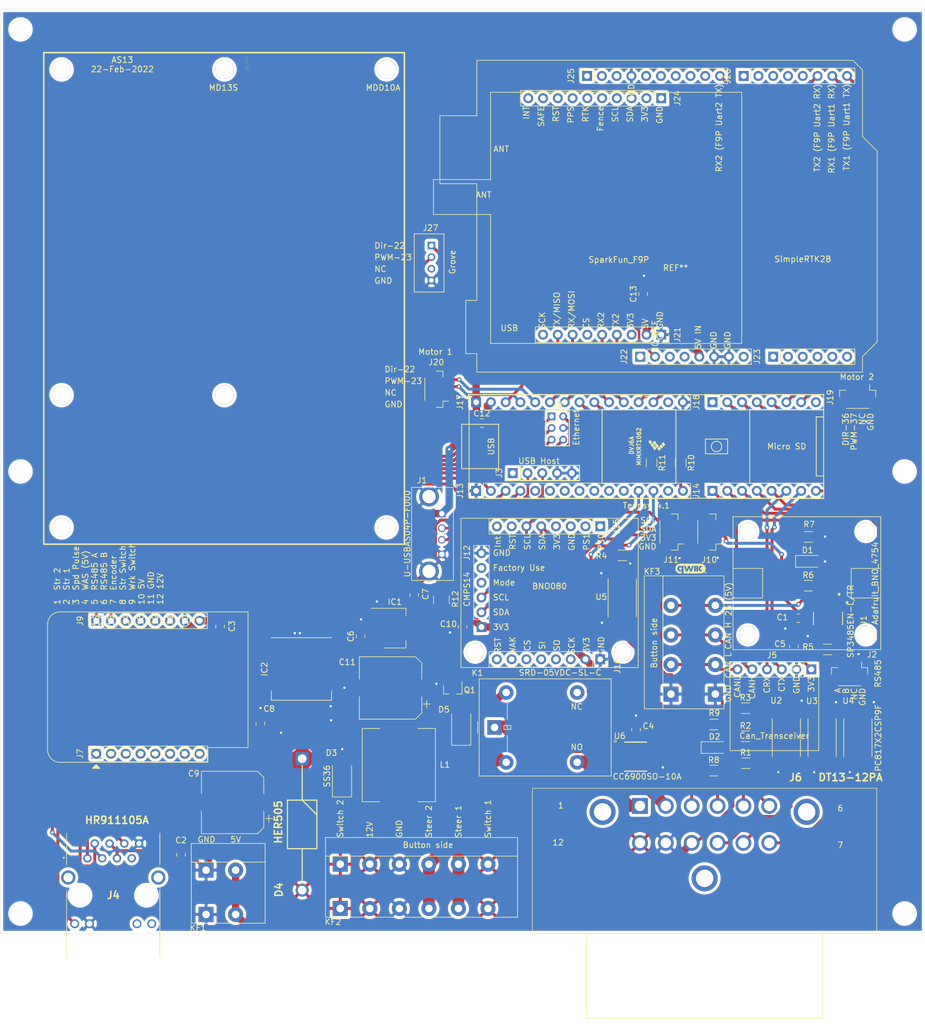
<source format=kicad_pcb>
(kicad_pcb (version 20171130) (host pcbnew "(5.1.12)-1")
  (layers (0 F.Cu signal) (31 B.Cu signal) (34 B.Paste user) (35 F.Paste user) (36 B.SilkS user) (37 F.SilkS user) (38 B.Mask user) (39 F.Mask user) (44 Edge.Cuts user))
  (net 0 "")
  (net 1 GND)
  (net 2 "Net-(C1-Pad1)")
  (net 3 "Net-(IC1-Pad4)")
  (net 4 "Net-(J10-Pad4)")
  (net 5 "Net-(J15-Pad2)")
  (net 6 "Net-(R3-Pad2)")
  (net 7 "Net-(D2-Pad1)")
  (net 8 "Net-(J14-Pad8)")
  (net 9 "Net-(J14-Pad7)")
  (net 10 "Net-(J14-Pad6)")
  (net 11 "Net-(J14-Pad5)")
  (net 12 "Net-(J14-Pad4)")
  (net 13 "Net-(J14-Pad3)")
  (net 14 "Net-(J18-Pad3)")
  (net 15 "Net-(J20-Pad2)")
  (net 16 "Net-(J21-Pad3)")
  (net 17 "Net-(Q1-Pad1)")
  (net 18 "Net-(J22-Pad3)")
  (net 19 "Net-(C8-Pad1)")
  (net 20 "Net-(J21-Pad9)")
  (net 21 "Net-(J21-Pad6)")
  (net 22 "Net-(J22-Pad1)")
  (net 23 "Net-(J23-Pad3)")
  (net 24 "Net-(J3-Pad1)")
  (net 25 "Net-(J2-Pad2)")
  (net 26 "Net-(D3-Pad1)")
  (net 27 "Net-(J1-Pad3)")
  (net 28 "Net-(J1-Pad2)")
  (net 29 "Net-(J4-Pad6)")
  (net 30 "Net-(J4-Pad3)")
  (net 31 "Net-(R4-Pad2)")
  (net 32 "Net-(U6-Pad6)")
  (net 33 "Net-(D5-Pad2)")
  (net 34 "Net-(J10-Pad3)")
  (net 35 "Net-(J12-Pad5)")
  (net 36 "Net-(J15-Pad8)")
  (net 37 "Net-(J15-Pad7)")
  (net 38 "Net-(J15-Pad4)")
  (net 39 "Net-(J15-Pad3)")
  (net 40 "Net-(J18-Pad6)")
  (net 41 "Net-(J22-Pad8)")
  (net 42 "Net-(J23-Pad5)")
  (net 43 "Net-(J23-Pad4)")
  (net 44 "Net-(J23-Pad2)")
  (net 45 "Net-(J23-Pad1)")
  (net 46 "Net-(J24-Pad3)")
  (net 47 "Net-(J13-Pad3)")
  (net 48 "Net-(J13-Pad2)")
  (net 49 "Net-(J25-Pad5)")
  (net 50 "Net-(KF2-Pad5)")
  (net 51 "Net-(J15-Pad1)")
  (net 52 "Net-(D1-Pad1)")
  (net 53 "Net-(D4-Pad2)")
  (net 54 "Net-(J2-Pad4)")
  (net 55 "Net-(J2-Pad3)")
  (net 56 "Net-(J4-Pad12)")
  (net 57 "Net-(J4-Pad11)")
  (net 58 "Net-(J4-Pad9)")
  (net 59 "Net-(J4-Pad7)")
  (net 60 "Net-(J4-Pad2)")
  (net 61 "Net-(J4-Pad1)")
  (net 62 "Net-(J5-Pad6)")
  (net 63 "Net-(J5-Pad5)")
  (net 64 "Net-(J6-Pad12)")
  (net 65 "Net-(J6-Pad2)")
  (net 66 "Net-(J6-Pad1)")
  (net 67 "Net-(J7-Pad8)")
  (net 68 "Net-(J7-Pad7)")
  (net 69 "Net-(J7-Pad6)")
  (net 70 "Net-(J7-Pad5)")
  (net 71 "Net-(J7-Pad4)")
  (net 72 "Net-(J7-Pad3)")
  (net 73 "Net-(J7-Pad2)")
  (net 74 "Net-(J7-Pad1)")
  (net 75 "Net-(J9-Pad6)")
  (net 76 "Net-(J9-Pad5)")
  (net 77 "Net-(J9-Pad4)")
  (net 78 "Net-(J9-Pad3)")
  (net 79 "Net-(J12-Pad4)")
  (net 80 "Net-(J13-Pad15)")
  (net 81 "Net-(J13-Pad14)")
  (net 82 "Net-(J13-Pad13)")
  (net 83 "Net-(J13-Pad12)")
  (net 84 "Net-(J13-Pad11)")
  (net 85 "Net-(J13-Pad10)")
  (net 86 "Net-(J13-Pad9)")
  (net 87 "Net-(J13-Pad8)")
  (net 88 "Net-(J13-Pad7)")
  (net 89 "Net-(J13-Pad6)")
  (net 90 "Net-(J13-Pad5)")
  (net 91 "Net-(J13-Pad4)")
  (net 92 "Net-(J16-Pad8)")
  (net 93 "Net-(J16-Pad7)")
  (net 94 "Net-(J16-Pad6)")
  (net 95 "Net-(J16-Pad5)")
  (net 96 "Net-(J16-Pad4)")
  (net 97 "Net-(J16-Pad3)")
  (net 98 "Net-(J17-Pad14)")
  (net 99 "Net-(J17-Pad13)")
  (net 100 "Net-(J17-Pad12)")
  (net 101 "Net-(J17-Pad11)")
  (net 102 "Net-(J17-Pad10)")
  (net 103 "Net-(J17-Pad7)")
  (net 104 "Net-(J17-Pad6)")
  (net 105 "Net-(J17-Pad5)")
  (net 106 "Net-(J17-Pad4)")
  (net 107 "Net-(J17-Pad3)")
  (net 108 "Net-(J18-Pad8)")
  (net 109 "Net-(J18-Pad7)")
  (net 110 "Net-(J18-Pad5)")
  (net 111 "Net-(J18-Pad4)")
  (net 112 "Net-(J18-Pad2)")
  (net 113 "Net-(J18-Pad1)")
  (net 114 "Net-(J19-Pad2)")
  (net 115 "Net-(J22-Pad4)")
  (net 116 "Net-(J23-Pad6)")
  (net 117 "Net-(J24-Pad10)")
  (net 118 "Net-(J24-Pad9)")
  (net 119 "Net-(J24-Pad8)")
  (net 120 "Net-(J24-Pad7)")
  (net 121 "Net-(J24-Pad6)")
  (net 122 "Net-(J24-Pad5)")
  (net 123 "Net-(J24-Pad4)")
  (net 124 "Net-(J24-Pad2)")
  (net 125 "Net-(J24-Pad1)")
  (net 126 "Net-(J25-Pad9)")
  (net 127 "Net-(J25-Pad8)")
  (net 128 "Net-(J25-Pad7)")
  (net 129 "Net-(J25-Pad6)")
  (net 130 "Net-(J25-Pad3)")
  (net 131 "Net-(J25-Pad2)")
  (net 132 "Net-(J25-Pad1)")
  (net 133 "Net-(J26-Pad5)")
  (net 134 "Net-(J26-Pad4)")
  (net 135 "Net-(J26-Pad3)")
  (net 136 "Net-(J26-Pad2)")
  (net 137 "Net-(J26-Pad1)")
  (net 138 "Net-(J27-Pad3)")
  (net 139 "Net-(R1-Pad2)")
  (net 140 "Net-(R2-Pad2)")
  (net 141 "Net-(C2-Pad1)")
  (net 142 "Net-(C11-Pad1)")
  (net 143 "Net-(K1-Pad4)")
  (net 144 "Net-(J6-PadMH3)")
  (net 145 "Net-(J6-PadMH2)")
  (net 146 "Net-(J6-PadMH1)")
  (net 147 "Net-(J6-Pad9)")
  (net 148 "Net-(J6-Pad8)")
  (net 149 "Net-(J6-Pad7)")
  (net 150 "Net-(J6-Pad3)")
  (net 151 "Net-(KF3-Pad4)")
  (net 152 "Net-(J6-Pad4)")
  (net 153 "Net-(K1-Pad3)")
  (module MyFootprints:DT1312PA (layer F.Cu) (at 130 157 270)
    (fp_text reference J6 (at -4.9 -26.75 180) (layer F.SilkS) (effects (font (size 1.27 1.27) (thickness 0.254))))
    (fp_text value DT13-12PA (at -4.9 -36.2 180) (layer F.SilkS) (effects (font (size 1.27 1.27) (thickness 0.254))))
    (pad MH3 thru_hole circle (at 1.02 -28.655 270) (size 4.485 4.485) (drill 2.99) (layers *.Cu *.Mask) (net 144 "Net-(J6-PadMH3)"))
    (pad MH2 thru_hole circle (at 12.45 -11.115 270) (size 4.485 4.485) (drill 2.99) (layers *.Cu *.Mask) (net 145 "Net-(J6-PadMH2)"))
    (pad MH1 thru_hole circle (at 1.02 6.425 270) (size 4.485 4.485) (drill 2.99) (layers *.Cu *.Mask) (net 146 "Net-(J6-PadMH1)"))
    (pad 12 thru_hole circle (at 6.35 0 270) (size 2.715 2.715) (drill 1.81) (layers *.Cu *.Mask) (net 64 "Net-(J6-Pad12)"))
    (pad 11 thru_hole circle (at 6.35 -4.445 270) (size 2.715 2.715) (drill 1.81) (layers *.Cu *.Mask) (net 1 GND))
    (pad 10 thru_hole circle (at 6.35 -8.89 270) (size 2.715 2.715) (drill 1.81) (layers *.Cu *.Mask) (net 142 "Net-(C11-Pad1)"))
    (pad 9 thru_hole circle (at 6.35 -13.34 270) (size 2.715 2.715) (drill 1.81) (layers *.Cu *.Mask) (net 147 "Net-(J6-Pad9)"))
    (pad 8 thru_hole circle (at 6.35 -17.785 270) (size 2.715 2.715) (drill 1.81) (layers *.Cu *.Mask) (net 148 "Net-(J6-Pad8)"))
    (pad 7 thru_hole circle (at 6.35 -22.23 270) (size 2.715 2.715) (drill 1.81) (layers *.Cu *.Mask) (net 149 "Net-(J6-Pad7)"))
    (pad 6 thru_hole circle (at 0 -22.23 270) (size 2.715 2.715) (drill 1.81) (layers *.Cu *.Mask) (net 55 "Net-(J2-Pad3)"))
    (pad 5 thru_hole circle (at 0 -17.785 270) (size 2.715 2.715) (drill 1.81) (layers *.Cu *.Mask) (net 54 "Net-(J2-Pad4)"))
    (pad 4 thru_hole circle (at 0 -13.34 270) (size 2.715 2.715) (drill 1.81) (layers *.Cu *.Mask) (net 152 "Net-(J6-Pad4)"))
    (pad 3 thru_hole circle (at 0 -8.89 270) (size 2.715 2.715) (drill 1.81) (layers *.Cu *.Mask) (net 150 "Net-(J6-Pad3)"))
    (pad 2 thru_hole circle (at 0 -4.445 270) (size 2.715 2.715) (drill 1.81) (layers *.Cu *.Mask) (net 65 "Net-(J6-Pad2)"))
    (pad 1 thru_hole rect (at 0 0 270) (size 2.715 2.715) (drill 1.81) (layers *.Cu *.Mask) (net 66 "Net-(J6-Pad1)"))
  )
  (module MyFootprints:Songle_SRD-05VDC-SL-C (layer F.Cu) (at 104.95 143.425)
    (fp_text reference K1 (at -2.8956 -9.2964 180) (layer F.SilkS))
    (fp_text value SRD-05VDC-SL-C (at 11.3284 -9.3472 180) (layer F.SilkS))
    (fp_text user NC (at 14.1833 -3.4798 180) (layer F.SilkS))
    (fp_text user NO (at 14.1833 3.4798 180) (layer F.SilkS))
    (pad 2 thru_hole oval (at 2.0508 -5.9238 90) (size 2.5 2.5) (drill 1.3) (layers *.Cu *.Mask) (net 33 "Net-(D5-Pad2)"))
    (pad 4 thru_hole oval (at 14.2508 -5.9238 90) (size 2.5 2.5) (drill 1.3) (layers *.Cu *.Mask) (net 143 "Net-(K1-Pad4)"))
    (pad 5 thru_hole oval (at 14.2508 6.0762 90) (size 2.5 2.5) (drill 1.3) (layers *.Cu *.Mask) (net 66 "Net-(J6-Pad1)"))
    (pad 1 thru_hole oval (at 2.0508 6.0762 90) (size 2.5 2.5) (drill 1.3) (layers *.Cu *.Mask) (net 142 "Net-(C11-Pad1)"))
    (pad 3 thru_hole rect (at 0.0508 0.0762 90) (size 2.5 2.5) (drill 1.3) (layers *.Cu *.Mask) (net 153 "Net-(K1-Pad3)"))
  )
  (module MyFootprints:KF142V-5.08-4P (layer F.Cu) (at 144.45 117.45 270)
    (fp_text reference KF3 (at -0.75 12.375 180) (layer F.SilkS))
    (fp_text value KF142V-5.0-4P)
    (fp_text user "Button side" (at 11.5316 12.0142 90) (layer F.SilkS))
    (pad 4 thru_hole circle (at 5.08 9.12 270) (size 2.6 2.6) (drill 1.3) (layers *.Cu *.Mask) (net 151 "Net-(KF3-Pad4)"))
    (pad 4 thru_hole circle (at 5.08 1.5 270) (size 2.6 2.6) (drill 1.3) (layers *.Cu *.Mask) (net 151 "Net-(KF3-Pad4)"))
    (pad 3 thru_hole circle (at 10.16 9.12 270) (size 2.6 2.6) (drill 1.3) (layers *.Cu *.Mask) (net 63 "Net-(J5-Pad5)"))
    (pad 3 thru_hole circle (at 10.16 1.5 270) (size 2.6 2.6) (drill 1.3) (layers *.Cu *.Mask) (net 63 "Net-(J5-Pad5)"))
    (pad 2 thru_hole circle (at 15.24 9.12 270) (size 2.6 2.6) (drill 1.3) (layers *.Cu *.Mask) (net 62 "Net-(J5-Pad6)"))
    (pad 2 thru_hole circle (at 15.24 1.5 270) (size 2.6 2.6) (drill 1.3) (layers *.Cu *.Mask) (net 62 "Net-(J5-Pad6)"))
    (pad 1 thru_hole rect (at 20.32 9.12 270) (size 2.6 2.6) (drill 1.3) (layers *.Cu *.Mask) (net 1 GND))
    (pad 1 thru_hole rect (at 20.32 1.5 270) (size 2.6 2.6) (drill 1.3) (layers *.Cu *.Mask) (net 1 GND))
  )
  (module Resistor_SMD:R_1206_3216Metric (layer F.Cu) (at 142.7 150.925)
    (fp_text reference R8 (at 0 -1.82) (layer F.SilkS))
    (fp_text value 200)
    (pad 2 smd roundrect (at 1.4625 0) (size 1.125 1.75) (layers F.Cu F.Paste F.Mask) (roundrect_rratio 0.222222) (net 7 "Net-(D2-Pad1)"))
    (pad 1 smd roundrect (at -1.4625 0) (size 1.125 1.75) (layers F.Cu F.Paste F.Mask) (roundrect_rratio 0.222222) (net 152 "Net-(J6-Pad4)"))
  )
  (module Resistor_SMD:R_1206_3216Metric (layer F.Cu) (at 158.9325 119.1444)
    (fp_text reference R6 (at 0 -1.82) (layer F.SilkS))
    (fp_text value 200)
    (pad 2 smd roundrect (at 1.4625 0) (size 1.125 1.75) (layers F.Cu F.Paste F.Mask) (roundrect_rratio 0.222222) (net 151 "Net-(KF3-Pad4)"))
    (pad 1 smd roundrect (at -1.4625 0) (size 1.125 1.75) (layers F.Cu F.Paste F.Mask) (roundrect_rratio 0.222222) (net 52 "Net-(D1-Pad1)"))
  )
  (module Resistor_SMD:R_1206_3216Metric (layer F.Cu) (at 148.1416 140.1984)
    (fp_text reference R3 (at 0 -1.82) (layer F.SilkS))
    (fp_text value 200)
    (pad 2 smd roundrect (at 1.4625 0) (size 1.125 1.75) (layers F.Cu F.Paste F.Mask) (roundrect_rratio 0.222222) (net 6 "Net-(R3-Pad2)"))
    (pad 1 smd roundrect (at -1.4625 0) (size 1.125 1.75) (layers F.Cu F.Paste F.Mask) (roundrect_rratio 0.222222) (net 142 "Net-(C11-Pad1)"))
  )
  (module Resistor_SMD:R_1206_3216Metric (layer F.Cu) (at 148.1416 145.0244)
    (fp_text reference R2 (at 0 -1.82) (layer F.SilkS))
    (fp_text value 200)
    (pad 2 smd roundrect (at 1.4625 0) (size 1.125 1.75) (layers F.Cu F.Paste F.Mask) (roundrect_rratio 0.222222) (net 140 "Net-(R2-Pad2)"))
    (pad 1 smd roundrect (at -1.4625 0) (size 1.125 1.75) (layers F.Cu F.Paste F.Mask) (roundrect_rratio 0.222222) (net 142 "Net-(C11-Pad1)"))
  )
  (module Resistor_SMD:R_1206_3216Metric (layer F.Cu) (at 148.1924 149.6472)
    (fp_text reference R1 (at 0 -1.82) (layer F.SilkS))
    (fp_text value 200)
    (pad 2 smd roundrect (at 1.4625 0) (size 1.125 1.75) (layers F.Cu F.Paste F.Mask) (roundrect_rratio 0.222222) (net 139 "Net-(R1-Pad2)"))
    (pad 1 smd roundrect (at -1.4625 0) (size 1.125 1.75) (layers F.Cu F.Paste F.Mask) (roundrect_rratio 0.222222) (net 142 "Net-(C11-Pad1)"))
  )
  (module MyFootprints:1N5408 (layer F.Cu) (at 71.925 148.875 270)
    (fp_text reference D4 (at 22.55 4 90) (layer F.SilkS) (effects (font (size 1.27 1.27) (thickness 0.254))))
    (fp_text value HER505 (at 10.9 4.1 90) (layer F.SilkS) (effects (font (size 1.27 1.27) (thickness 0.254))))
    (pad 1 thru_hole rect (at 0 0 270) (size 2.25 2.25) (drill 1.5) (layers *.Cu *.Mask) (net 19 "Net-(C8-Pad1)"))
    (pad 2 thru_hole circle (at 22.6 0 270) (size 2.25 2.25) (drill 1.5) (layers *.Cu *.Mask) (net 53 "Net-(D4-Pad2)"))
  )
  (module Resistor_SMD:R_1206_3216Metric (layer F.Cu) (at 132 98 270)
    (fp_text reference R11 (at 0 -1.82 90) (layer F.SilkS))
    (fp_text value 2.2K)
    (pad 2 smd roundrect (at 1.4625 0 270) (size 1.125 1.75) (layers F.Cu F.Paste F.Mask) (roundrect_rratio 0.2222213333333333) (net 80 "Net-(J13-Pad15)"))
    (pad 1 smd roundrect (at -1.4625 0 270) (size 1.125 1.75) (layers F.Cu F.Paste F.Mask) (roundrect_rratio 0.2222213333333333) (net 4 "Net-(J10-Pad4)"))
  )
  (module Resistor_SMD:R_1206_3216Metric (layer F.Cu) (at 137 98 270)
    (fp_text reference R10 (at 0 -1.82 90) (layer F.SilkS))
    (fp_text value 2.2K)
    (pad 2 smd roundrect (at 1.4625 0 270) (size 1.125 1.75) (layers F.Cu F.Paste F.Mask) (roundrect_rratio 0.2222213333333333) (net 80 "Net-(J13-Pad15)"))
    (pad 1 smd roundrect (at -1.4625 0 270) (size 1.125 1.75) (layers F.Cu F.Paste F.Mask) (roundrect_rratio 0.2222213333333333) (net 34 "Net-(J10-Pad3)"))
  )
  (module Resistor_SMD:R_1206_3216Metric (layer F.Cu) (at 142.7 143 180)
    (fp_text reference R9 (at -0.075 1.99) (layer F.SilkS))
    (fp_text value 400)
    (pad 2 smd roundrect (at 1.4625 0 180) (size 1.125 1.75) (layers F.Cu F.Paste F.Mask) (roundrect_rratio 0.2222213333333333) (net 7 "Net-(D2-Pad1)"))
    (pad 1 smd roundrect (at -1.4625 0 180) (size 1.125 1.75) (layers F.Cu F.Paste F.Mask) (roundrect_rratio 0.2222213333333333) (net 1 GND))
  )
  (module Resistor_SMD:R_1206_3216Metric (layer F.Cu) (at 158.9325 110.75)
    (fp_text reference R7 (at 0.15 -2.15) (layer F.SilkS))
    (fp_text value 400)
    (pad 2 smd roundrect (at 1.4625 0) (size 1.125 1.75) (layers F.Cu F.Paste F.Mask) (roundrect_rratio 0.2222213333333333) (net 1 GND))
    (pad 1 smd roundrect (at -1.4625 0) (size 1.125 1.75) (layers F.Cu F.Paste F.Mask) (roundrect_rratio 0.2222213333333333) (net 52 "Net-(D1-Pad1)"))
  )
  (module Capacitor_SMD:C_0805_2012Metric (layer F.Cu) (at 51.1 165.4 270)
    (fp_text reference C2 (at -2.5 0 180) (layer F.SilkS))
    (fp_text value 0.1uF)
    (pad 2 smd roundrect (at 0.95 0 270) (size 1 1.45) (layers F.Cu F.Paste F.Mask) (net 1 GND))
    (pad 1 smd roundrect (at -0.95 0 270) (size 1 1.45) (layers F.Cu F.Paste F.Mask) (net 141 "Net-(C2-Pad1)"))
  )
  (module MyFootprints:HR911105A (layer F.Cu) (at 35 166 180)
    (fp_text reference J4 (at -4.45 -6.35) (layer F.SilkS) (effects (font (size 1.27 1.27) (thickness 0.254))))
    (fp_text value HR911105A (at -5.08 6.5532) (layer F.SilkS) (effects (font (size 1.27 1.27) (thickness 0.254))))
    (pad MH4 np_thru_hole circle (at -10.16 -6.35 180) (size 3.25 0) (drill 3.25) (layers *.Cu *.Mask))
    (pad MH3 np_thru_hole circle (at 1.27 -6.35 180) (size 3.25 0) (drill 3.25) (layers *.Cu *.Mask))
    (pad MH2 thru_hole circle (at -12.19 -3.3 180) (size 2.445 2.445) (drill 1.63) (layers *.Cu *.Mask))
    (pad MH1 thru_hole circle (at 3.3 -3.3 180) (size 2.445 2.445) (drill 1.63) (layers *.Cu *.Mask))
    (pad 12 thru_hole circle (at -11.07 -11.25 180) (size 1.53 1.53) (drill 1.02) (layers *.Cu *.Mask) (net 56 "Net-(J4-Pad12)"))
    (pad 11 thru_hole circle (at -8.53 -11.25 180) (size 1.53 1.53) (drill 1.02) (layers *.Cu *.Mask) (net 57 "Net-(J4-Pad11)"))
    (pad 10 thru_hole circle (at -0.36 -11.25 180) (size 1.53 1.53) (drill 1.02) (layers *.Cu *.Mask) (net 1 GND))
    (pad 9 thru_hole circle (at 2.18 -11.25 180) (size 1.53 1.53) (drill 1.02) (layers *.Cu *.Mask) (net 58 "Net-(J4-Pad9)"))
    (pad 8 thru_hole circle (at -8.89 2.54 180) (size 1.446 1.446) (drill 0.89) (layers *.Cu *.Mask) (net 1 GND))
    (pad 7 thru_hole circle (at -7.62 0 180) (size 1.446 1.446) (drill 0.89) (layers *.Cu *.Mask) (net 59 "Net-(J4-Pad7)"))
    (pad 6 thru_hole circle (at -6.35 2.54 180) (size 1.446 1.446) (drill 0.89) (layers *.Cu *.Mask) (net 29 "Net-(J4-Pad6)"))
    (pad 5 thru_hole circle (at -5.08 0 180) (size 1.446 1.446) (drill 0.89) (layers *.Cu *.Mask) (net 141 "Net-(C2-Pad1)"))
    (pad 4 thru_hole circle (at -3.81 2.54 180) (size 1.446 1.446) (drill 0.89) (layers *.Cu *.Mask) (net 141 "Net-(C2-Pad1)"))
    (pad 3 thru_hole circle (at -2.54 0 180) (size 1.446 1.446) (drill 0.89) (layers *.Cu *.Mask) (net 30 "Net-(J4-Pad3)"))
    (pad 2 thru_hole circle (at -1.27 2.54 180) (size 1.446 1.446) (drill 0.89) (layers *.Cu *.Mask) (net 60 "Net-(J4-Pad2)"))
    (pad 1 thru_hole circle (at 0 0 180) (size 1.446 1.446) (drill 0.89) (layers *.Cu *.Mask) (net 61 "Net-(J4-Pad1)"))
  )
  (module MyFootprints:Qwic_vertical (layer F.Cu) (at 166.0525 134.3429 180)
    (fp_text reference J2 (at -3.8481 3.3655) (layer F.SilkS))
    (fp_text value RS485)
    (pad MP smd roundrect (at 2.8 -1.2 180) (size 1.2 1.8) (layers F.Cu F.Paste F.Mask) (roundrect_rratio 0.2083325))
    (pad MP smd roundrect (at -2.8 -1.2 180) (size 1.2 1.8) (layers F.Cu F.Paste F.Mask) (roundrect_rratio 0.2083325))
    (pad 4 smd roundrect (at 1.5 1.325 180) (size 0.6 1.55) (layers F.Cu F.Paste F.Mask) (net 54 "Net-(J2-Pad4)"))
    (pad 3 smd roundrect (at 0.5 1.325 180) (size 0.6 1.55) (layers F.Cu F.Paste F.Mask) (net 55 "Net-(J2-Pad3)"))
    (pad 2 smd roundrect (at -0.5 1.325 180) (size 0.6 1.55) (layers F.Cu F.Paste F.Mask) (net 25 "Net-(J2-Pad2)"))
    (pad 1 smd roundrect (at -1.5 1.325 180) (size 0.6 1.55) (layers F.Cu F.Paste F.Mask) (net 1 GND))
  )
  (module MyFootprints:Can_Transceiver_no_pins (layer F.Cu) (at 160.7312 132.2474 270)
    (fp_text reference REF**)
    (fp_text value Can_Transceiver (at 12.7 7.62) (layer F.SilkS))
    (fp_text user 2 (at 1.2954 3.8354 90) (layer F.SilkS))
    (fp_text user CANL (at 4.286191 13.97 90) (layer F.SilkS))
    (fp_text user CANH (at 4.405238 11.43 90) (layer F.SilkS))
    (fp_text user CRX (at 3.905238 8.89 90) (layer F.SilkS))
    (fp_text user CTX (at 3.786191 6.35 90) (layer F.SilkS))
    (fp_text user GND (at 3.952857 3.81 90) (layer F.SilkS))
    (fp_text user 3V3 (at 3.81 1.27 90) (layer F.SilkS))
  )
  (module MyFootprints:Adafruit_BNO (layer F.Cu) (at 145.9992 107.2792)
    (fp_text reference REF** hide)
    (fp_text value Adafruit_BNO_4754 (at 24.4348 11.4554 90) (layer F.SilkS))
    (pad 4 thru_hole circle (at 22.86 2.54) (size 2.999999 2.999999) (drill 2.999999) (layers *.Cu *.Mask))
    (pad 3 thru_hole circle (at 22.86 20.32) (size 2.999999 2.999999) (drill 2.999999) (layers *.Cu *.Mask))
    (pad 2 thru_hole circle (at 2.54 20.32) (size 2.999999 2.999999) (drill 2.999999) (layers *.Cu *.Mask))
    (pad 1 thru_hole circle (at 2.54 2.54) (size 2.999999 2.999999) (drill 2.999999) (layers *.Cu *.Mask))
  )
  (module MountingHole:MountingHole_3.2mm_M3 (layer F.Cu) (at 175.5 99.5)
    (fp_text reference "  " (at 0 -4.2) (layer F.SilkS))
    (fp_text value " ")
    (pad 1 np_thru_hole circle (at 0 0) (size 3.2 3.2) (drill 3.2) (layers *.Cu *.Mask))
  )
  (module MountingHole:MountingHole_3.2mm_M3 (layer F.Cu) (at 23.5 99.5)
    (fp_text reference "  " (at 0 -4.2) (layer F.SilkS))
    (fp_text value " ")
    (pad 1 np_thru_hole circle (at 0 0) (size 3.2 3.2) (drill 3.2) (layers *.Cu *.Mask))
  )
  (module MountingHole:MountingHole_3.2mm_M3 (layer F.Cu) (at 23.5 23.5)
    (fp_text reference "  " (at 0 -4.2) (layer F.SilkS))
    (fp_text value " ")
    (pad 1 np_thru_hole circle (at 0 0) (size 3.2 3.2) (drill 3.2) (layers *.Cu *.Mask))
  )
  (module MountingHole:MountingHole_3.2mm_M3 (layer F.Cu) (at 175.5 23.5)
    (fp_text reference "  " (at 0 -4.2) (layer F.SilkS))
    (fp_text value " ")
    (pad 1 np_thru_hole circle (at 0 0) (size 3.2 3.2) (drill 3.2) (layers *.Cu *.Mask))
  )
  (module MountingHole:MountingHole_3.2mm_M3 (layer F.Cu) (at 175.5 175.5)
    (fp_text reference "  " (at 0 -4.2) (layer F.SilkS))
    (fp_text value " ")
    (pad 1 np_thru_hole circle (at 0 0) (size 3.2 3.2) (drill 3.2) (layers *.Cu *.Mask))
  )
  (module MountingHole:MountingHole_3.2mm_M3 (layer F.Cu) (at 23.5 175.5)
    (fp_text reference "  " (at 0 -4.2) (layer F.SilkS))
    (fp_text value " ")
    (pad 1 np_thru_hole circle (at 0 0) (size 3.2 3.2) (drill 3.2) (layers *.Cu *.Mask))
  )
  (module MyFootprints:QwiicLogo (layer F.Cu) (at 138.7 116.15)
    (fp_text reference G*** hide)
    (fp_text value LOGO hide)
  )
  (module MyFootprints:Teensy41_no_pins (layer F.Cu) (at 131.1 95.2)
    (fp_text reference -- (at -0.5334 -8.6868) (layer F.SilkS))
    (fp_text value "Teensy 4.1" (at 0 10.16) (layer F.SilkS))
    (fp_text user "USB Host" (at -18.4658 2.4892) (layer F.SilkS))
    (fp_text user Ethernet (at -12.065 -3.2766 90) (layer F.SilkS))
    (fp_text user USB (at -26.67 0 270) (layer F.SilkS))
    (fp_text user "Micro SD" (at 24.13 0) (layer F.SilkS))
    (fp_text user MIMXRT1062 (at -1.27 0 -90) (layer F.SilkS) (effects (font (size 0.7 0.7))))
    (fp_text user DVJ6A (at -2.54 -0.18 -90) (layer F.SilkS) (effects (font (size 0.7 0.7))))
  )
  (module MyFootprints:SF_F9P_SMA_No_Pins (layer F.Cu) (at 147.5 77.5 180)
    (fp_text reference REF**)
    (fp_text value SparkFun_F9P (at 21.1328 14.4018) (layer F.SilkS))
    (fp_text user ANT (at 44.3738 25.5486) (layer F.SilkS))
    (fp_text user INT (at 37.0332 39.674752 90) (layer F.SilkS))
    (fp_text user SAFE (at 34.487552 39.031895 90) (layer F.SilkS))
    (fp_text user RST (at 31.941908 39.460466 90) (layer F.SilkS))
    (fp_text user PPS (at 29.396264 39.341419 90) (layer F.SilkS))
    (fp_text user RTK (at 26.85062 39.436657 90) (layer F.SilkS))
    (fp_text user Fence (at 24.304976 38.650943 90) (layer F.SilkS))
    (fp_text user SCL (at 21.759332 39.436657 90) (layer F.SilkS))
    (fp_text user SDA (at 19.213688 39.412847 90) (layer F.SilkS))
    (fp_text user 3V3 (at 16.668044 39.436657 90) (layer F.SilkS))
    (fp_text user GND (at 14.1224 39.2938 90) (layer F.SilkS))
    (fp_text user SCK (at 34.3154 3.9624 90) (layer F.SilkS))
    (fp_text user TX/MISO (at 31.784925 5.676685 90) (layer F.SilkS))
    (fp_text user RX/MOSI (at 29.25445 5.795733 90) (layer F.SilkS))
    (fp_text user CS (at 26.723975 3.4624 90) (layer F.SilkS))
    (fp_text user RX2 (at 24.1935 3.93859 90) (layer F.SilkS))
    (fp_text user TX2 (at 21.663025 3.819543 90) (layer F.SilkS))
    (fp_text user 3V3 (at 19.13255 3.867162 90) (layer F.SilkS))
    (fp_text user 5V (at 16.602075 3.390971 90) (layer F.SilkS))
    (fp_text user GND (at 14.0716 4.010019 90) (layer F.SilkS))
  )
  (module MyFootprints:SimpleRTK2B_no_pins (layer F.Cu) (at 170 79.75 180)
    (fp_text reference REF** (at 33.8836 15.24 180) (layer F.SilkS))
    (fp_text value SimpleRTK2B (at 12 16.75) (layer F.SilkS))
    (fp_text user ANT (at 63.8556 35.687) (layer F.SilkS))
    (fp_text user USB (at 62.4586 4.9022) (layer F.SilkS))
    (fp_text user "IO REF" (at 37.3888 3.7338 90) (layer F.SilkS))
    (fp_text user "5V IN" (at 29.9974 3.333809 90) (layer F.SilkS))
    (fp_text user GND (at 27.3304 2.81 90) (layer F.SilkS))
    (fp_text user GND (at 24.9428 2.81 90) (layer F.SilkS))
    (fp_text user GND (at 41.4782 45.3644 90) (layer F.SilkS))
    (fp_text user "RX2 (F9P Uart2 TX)" (at 26.416 39.316781 90) (layer F.SilkS))
    (fp_text user "TX2 (F9P Uart2 RX)" (at 9.525 39.316781 270) (layer F.SilkS))
    (fp_text user "RX1 (F9P Uart1 RX)" (at 7.0612 39.197733 90) (layer F.SilkS))
    (fp_text user "TX1 (F9P Uart1 TX)" (at 4.4704 39.435828 270) (layer F.SilkS))
  )
  (module MyFootprints:MDD10A_Outline (layer F.Cu) (at 27.5 27.5 270)
    (fp_text reference REF** (at 1.905 -35.052 90) (layer F.SilkS) (effects (font (size 0.6 0.6) (thickness 0.015))))
    (fp_text value MDD10A (at 6.025 -58.35 180) (layer F.SilkS))
    (fp_text user MD13S (at 6.025 -30.9 180) (layer F.SilkS))
    (pad 8 thru_hole circle (at 2.88 -31.06 270) (size 3.2 3.2) (drill 3.2) (layers *.Cu *.Mask))
    (pad 8 thru_hole circle (at 58.88 -31.06 270) (size 3.2 3.2) (drill 3.2) (layers *.Cu *.Mask))
    (pad 8 thru_hole circle (at 58.88 -3.06 270) (size 3.2 3.2) (drill 3.2) (layers *.Cu *.Mask))
    (pad 8 thru_hole circle (at 2.88 -3.06 270) (size 3.2 3.2) (drill 3.2) (layers *.Cu *.Mask))
    (pad 8 thru_hole circle (at 2.88 -58.94 270) (size 3.2 3.2) (drill 3.2) (layers *.Cu *.Mask))
    (pad 8 thru_hole circle (at 81.62 -58.94 270) (size 3.2 3.2) (drill 3.2) (layers *.Cu *.Mask))
    (pad 8 thru_hole circle (at 81.62 -3.06 270) (size 3.2 3.2) (drill 3.2) (layers *.Cu *.Mask))
  )
  (module MyFootprints:WEMOS_D1_mini_light_no_pins (layer F.Cu) (at 36.5 148 90)
    (fp_text reference REF**)
    (fp_text value WEMOS_D1_mini_light_no_pins)
    (fp_text user 16 (at 22.8346 0.0508 90) (layer F.SilkS))
    (fp_text user 1 (at 0.0762 -0.0508 90) (layer F.SilkS))
    (fp_text user 9 (at 22.9616 17.8308 90) (layer F.SilkS))
    (fp_text user 10 (at 22.9108 15.3416 90) (layer F.SilkS))
    (fp_text user 11 (at 23.0124 12.6746 90) (layer F.SilkS))
    (fp_text user 12 (at 23.0632 10.1346 90) (layer F.SilkS))
    (fp_text user 13 (at 23.0124 7.6454 90) (layer F.SilkS))
    (fp_text user 14 (at 23.0124 5.1816 90) (layer F.SilkS))
    (fp_text user 15 (at 22.86 2.5654 90) (layer F.SilkS))
    (fp_text user 8 (at 0 17.8308 90) (layer F.SilkS))
    (fp_text user 7 (at 0 15.3416 90) (layer F.SilkS))
    (fp_text user 6 (at 0 12.7254 90) (layer F.SilkS))
    (fp_text user 5 (at 0 10.1854 90) (layer F.SilkS))
    (fp_text user 4 (at 0 7.7216 90) (layer F.SilkS))
    (fp_text user 3 (at 0.0254 5.207 90) (layer F.SilkS))
    (fp_text user 2 (at 0.0254 2.5908 90) (layer F.SilkS))
  )
  (module MyFootprints:BNO080_Outline (layer F.Cu) (at 129.7 133.2 180)
    (fp_text reference REF**)
    (fp_text value BNO080 (at 15.24 13.97) (layer F.SilkS))
    (fp_text user RST (at 24.13 3.81 90) (layer F.SilkS))
    (fp_text user WAK (at 21.59 3.81 90) (layer F.SilkS))
    (fp_text user CS (at 19.05 3.81 90) (layer F.SilkS))
    (fp_text user SI (at 16.51 3.81 90) (layer F.SilkS))
    (fp_text user SO (at 13.97 3.81 90) (layer F.SilkS))
    (fp_text user SCK (at 11.43 3.81 90) (layer F.SilkS))
    (fp_text user 3V3 (at 8.89 3.81 90) (layer F.SilkS))
    (fp_text user GND (at 6.35 3.81 90) (layer F.SilkS))
    (fp_text user Int (at 24.13 21.59 90) (layer F.SilkS))
    (fp_text user RST (at 21.59 21.59 90) (layer F.SilkS))
    (fp_text user SCL (at 19.05 21.59 90) (layer F.SilkS))
    (fp_text user SDA (at 16.51 21.59 90) (layer F.SilkS))
    (fp_text user 3V3 (at 13.97 21.59 90) (layer F.SilkS))
    (fp_text user GND (at 11.43 21.59 90) (layer F.SilkS))
    (fp_text user PS1 (at 8.89 21.59 90) (layer F.SilkS))
    (fp_text user PS0 (at 6.35 21.59 90) (layer F.SilkS))
    (pad "" thru_hole circle (at 28.04 2.64 180) (size 3 3) (drill 3) (layers *.Cu *.Mask))
    (pad "" thru_hole circle (at 2.64 2.64 180) (size 3 3) (drill 3) (layers *.Cu *.Mask))
  )
  (module Connector_PinSocket_2.54mm:PinSocket_1x06_P2.54mm_Vertical (layer F.Cu) (at 159.4612 133.5174 270)
    (fp_text reference J5 (at -2.4384 6.7564 180) (layer F.SilkS))
    (fp_text value PM254V-11-06-H85)
    (pad 6 thru_hole oval (at 0 12.7 270) (size 1.7 1.7) (drill 1) (layers *.Cu *.Mask) (net 62 "Net-(J5-Pad6)"))
    (pad 5 thru_hole oval (at 0 10.16 270) (size 1.7 1.7) (drill 1) (layers *.Cu *.Mask) (net 63 "Net-(J5-Pad5)"))
    (pad 4 thru_hole oval (at 0 7.62 270) (size 1.7 1.7) (drill 1) (layers *.Cu *.Mask) (net 10 "Net-(J14-Pad6)"))
    (pad 3 thru_hole oval (at 0 5.08 270) (size 1.7 1.7) (drill 1) (layers *.Cu *.Mask) (net 9 "Net-(J14-Pad7)"))
    (pad 2 thru_hole oval (at 0 2.54 270) (size 1.7 1.7) (drill 1) (layers *.Cu *.Mask) (net 1 GND))
    (pad 1 thru_hole rect (at 0 0 270) (size 1.7 1.7) (drill 1) (layers *.Cu *.Mask) (net 2 "Net-(C1-Pad1)"))
  )
  (module Capacitor_SMD:C_0805_2012Metric (layer F.Cu) (at 156.464 129.5804 90)
    (fp_text reference C5 (at 0.4304 -2.389 180) (layer F.SilkS))
    (fp_text value 0.1uF)
    (pad 2 smd roundrect (at 0.95 0 90) (size 1 1.45) (layers F.Cu F.Paste F.Mask) (net 1 GND))
    (pad 1 smd roundrect (at -0.95 0 90) (size 1 1.45) (layers F.Cu F.Paste F.Mask) (net 2 "Net-(C1-Pad1)"))
  )
  (module MyFootprints:U-USBAS04P-F000 (layer F.Cu) (at 95.9358 106.7458 270)
    (fp_text reference J1 (at -5.715 3.4036 180) (layer F.SilkS))
    (fp_text value U-USBAS04P-F000 (at 3.4544 5.9436 90) (layer F.SilkS))
    (pad 6 thru_hole circle (at 9.925 2.2 270) (size 3.4 3.4) (drill 2.3) (layers *.Cu *.Mask) (net 1 GND))
    (pad 5 thru_hole circle (at -2.925 2.2 90) (size 3.4 3.4) (drill 2.3) (layers *.Cu *.Mask) (net 1 GND))
    (pad 4 thru_hole circle (at 7 0 270) (size 1.3 1.3) (drill 0.92) (layers *.Cu *.Mask) (net 1 GND))
    (pad 3 thru_hole circle (at 4.5 0 270) (size 1.3 1.3) (drill 0.92) (layers *.Cu *.Mask) (net 27 "Net-(J1-Pad3)"))
    (pad 2 thru_hole circle (at 2.5 0 270) (size 1.3 1.3) (drill 0.92) (layers *.Cu *.Mask) (net 28 "Net-(J1-Pad2)"))
    (pad 1 thru_hole rect (at 0 0 270) (size 1.3 1.3) (drill 0.92) (layers *.Cu *.Mask) (net 142 "Net-(C11-Pad1)"))
  )
  (module Connector_PinSocket_2.54mm:PinSocket_1x06_P2.54mm_Vertical (layer F.Cu) (at 102.75 126.25 180)
    (fp_text reference J12 (at 2.5 12.75 90) (layer F.SilkS))
    (fp_text value CMPS14)
    (pad 6 thru_hole oval (at 0 12.7 180) (size 1.7 1.7) (drill 1) (layers *.Cu *.Mask) (net 1 GND))
    (pad 5 thru_hole oval (at 0 10.16 180) (size 1.7 1.7) (drill 1) (layers *.Cu *.Mask) (net 35 "Net-(J12-Pad5)"))
    (pad 4 thru_hole oval (at 0 7.62 180) (size 1.7 1.7) (drill 1) (layers *.Cu *.Mask) (net 79 "Net-(J12-Pad4)"))
    (pad 3 thru_hole oval (at 0 5.08 180) (size 1.7 1.7) (drill 1) (layers *.Cu *.Mask) (net 4 "Net-(J10-Pad4)"))
    (pad 2 thru_hole oval (at 0 2.54 180) (size 1.7 1.7) (drill 1) (layers *.Cu *.Mask) (net 34 "Net-(J10-Pad3)"))
    (pad 1 thru_hole rect (at 0 0 180) (size 1.7 1.7) (drill 1) (layers *.Cu *.Mask) (net 2 "Net-(C1-Pad1)"))
  )
  (module MyFootprints:KF142V-5.08-2P (layer F.Cu) (at 65.5622 177.1546 180)
    (fp_text reference KF1 (at 11.557 -0.8128) (layer F.SilkS))
    (fp_text value KF142V-5.0-2P)
    (pad 2 thru_hole circle (at 5.08 9.12 180) (size 2.6 2.6) (drill 1.3) (layers *.Cu *.Mask) (net 142 "Net-(C11-Pad1)"))
    (pad 2 thru_hole circle (at 5.08 1.5 180) (size 2.6 2.6) (drill 1.3) (layers *.Cu *.Mask) (net 142 "Net-(C11-Pad1)"))
    (pad 1 thru_hole rect (at 10.16 9.12 180) (size 2.6 2.6) (drill 1.3) (layers *.Cu *.Mask) (net 1 GND))
    (pad 1 thru_hole rect (at 10.16 1.5 180) (size 2.6 2.6) (drill 1.3) (layers *.Cu *.Mask) (net 1 GND))
  )
  (module Connector_PinSocket_2.54mm:PinSocket_1x08_P2.54mm_Vertical (layer F.Cu) (at 142.4686 87.5942 90)
    (fp_text reference J18 (at 0 -2.77 90) (layer F.SilkS))
    (fp_text value Conn_01x08_Female)
    (pad 8 thru_hole oval (at 0 17.78 90) (size 1.7 1.7) (drill 1) (layers *.Cu *.Mask) (net 108 "Net-(J18-Pad8)"))
    (pad 7 thru_hole oval (at 0 15.24 90) (size 1.7 1.7) (drill 1) (layers *.Cu *.Mask) (net 109 "Net-(J18-Pad7)"))
    (pad 6 thru_hole oval (at 0 12.7 90) (size 1.7 1.7) (drill 1) (layers *.Cu *.Mask) (net 40 "Net-(J18-Pad6)"))
    (pad 5 thru_hole oval (at 0 10.16 90) (size 1.7 1.7) (drill 1) (layers *.Cu *.Mask) (net 110 "Net-(J18-Pad5)"))
    (pad 4 thru_hole oval (at 0 7.62 90) (size 1.7 1.7) (drill 1) (layers *.Cu *.Mask) (net 111 "Net-(J18-Pad4)"))
    (pad 3 thru_hole oval (at 0 5.08 90) (size 1.7 1.7) (drill 1) (layers *.Cu *.Mask) (net 14 "Net-(J18-Pad3)"))
    (pad 2 thru_hole oval (at 0 2.54 90) (size 1.7 1.7) (drill 1) (layers *.Cu *.Mask) (net 112 "Net-(J18-Pad2)"))
    (pad 1 thru_hole rect (at 0 0 90) (size 1.7 1.7) (drill 1) (layers *.Cu *.Mask) (net 113 "Net-(J18-Pad1)"))
  )
  (module Connector_PinHeader_2.54mm:PinHeader_1x05_P2.54mm_Vertical (layer F.Cu) (at 108.1278 99.7834 90)
    (fp_text reference J3 (at 0 -2.33 90) (layer F.SilkS))
    (fp_text value Teensy_USBhost)
    (pad 5 thru_hole oval (at 0 10.16 90) (size 1.7 1.7) (drill 1) (layers *.Cu *.Mask) (net 1 GND))
    (pad 4 thru_hole oval (at 0 7.62 90) (size 1.7 1.7) (drill 1) (layers *.Cu *.Mask) (net 1 GND))
    (pad 3 thru_hole oval (at 0 5.08 90) (size 1.7 1.7) (drill 1) (layers *.Cu *.Mask) (net 27 "Net-(J1-Pad3)"))
    (pad 2 thru_hole oval (at 0 2.54 90) (size 1.7 1.7) (drill 1) (layers *.Cu *.Mask) (net 28 "Net-(J1-Pad2)"))
    (pad 1 thru_hole rect (at 0 0 90) (size 1.7 1.7) (drill 1) (layers *.Cu *.Mask) (net 24 "Net-(J3-Pad1)"))
  )
  (module Diode_SMD:D_SOD-123F (layer F.Cu) (at 142.7175 146.9625)
    (fp_text reference D2 (at 0.105 -1.875 180) (layer F.SilkS))
    (fp_text value MMSZ5231B)
    (pad 2 smd rect (at 1.4 0) (size 1.1 1.1) (layers F.Cu F.Paste F.Mask) (net 1 GND))
    (pad 1 smd rect (at -1.4 0) (size 1.1 1.1) (layers F.Cu F.Paste F.Mask) (net 7 "Net-(D2-Pad1)"))
  )
  (module Diode_SMD:D_SOD-123F (layer F.Cu) (at 158.95 114.9472)
    (fp_text reference D1 (at -0.127 -1.905) (layer F.SilkS))
    (fp_text value MMSZ5231B)
    (pad 2 smd rect (at 1.4 0) (size 1.1 1.1) (layers F.Cu F.Paste F.Mask) (net 1 GND))
    (pad 1 smd rect (at -1.4 0) (size 1.1 1.1) (layers F.Cu F.Paste F.Mask) (net 52 "Net-(D1-Pad1)"))
  )
  (module "MyFootprints:SMA(DO-214AC)" (layer F.Cu) (at 78.779 152.0552 90)
    (fp_text reference D3 (at 4.1802 -1.829 180) (layer F.SilkS))
    (fp_text value SS36 (at 0.1778 -2.5908 90) (layer F.SilkS))
    (pad 2 smd rect (at 2 0 90) (size 1.8 1.8) (layers F.Cu F.Paste F.Mask) (net 1 GND))
    (pad 1 smd rect (at -2 0 90) (size 1.8 1.8) (layers F.Cu F.Paste F.Mask) (net 26 "Net-(D3-Pad1)"))
  )
  (module MyFootprints:Maxim_Integrated-S8-2-0-P-MFG (layer F.Cu) (at 162.33016 124.76242 270)
    (fp_text reference U1 (at 0.4826 -6.1214 90) (layer F.SilkS))
    (fp_text value SP3485EN-L/TR (at 0.49998 -3.88744 90) (layer F.SilkS))
    (fp_text user * (at -2.719 -3.5888 90) (layer F.SilkS))
    (pad 8 smd rect (at 2.465 -1.905 270) (size 1.98 0.53) (layers F.Cu F.Paste F.Mask) (net 2 "Net-(C1-Pad1)"))
    (pad 7 smd rect (at 2.465 -0.635 270) (size 1.98 0.53) (layers F.Cu F.Paste F.Mask) (net 55 "Net-(J2-Pad3)"))
    (pad 6 smd rect (at 2.465 0.635 270) (size 1.98 0.53) (layers F.Cu F.Paste F.Mask) (net 54 "Net-(J2-Pad4)"))
    (pad 5 smd rect (at 2.465 1.905 270) (size 1.98 0.53) (layers F.Cu F.Paste F.Mask) (net 1 GND))
    (pad 4 smd rect (at -2.465 1.905 270) (size 1.98 0.53) (layers F.Cu F.Paste F.Mask) (net 13 "Net-(J14-Pad3)"))
    (pad 3 smd rect (at -2.465 0.635 270) (size 1.98 0.53) (layers F.Cu F.Paste F.Mask) (net 13 "Net-(J14-Pad3)"))
    (pad 2 smd rect (at -2.465 -0.635 270) (size 1.98 0.53) (layers F.Cu F.Paste F.Mask) (net 11 "Net-(J14-Pad5)"))
    (pad 1 smd rect (at -2.465 -1.905 270) (size 1.98 0.53) (layers F.Cu F.Paste F.Mask) (net 12 "Net-(J14-Pad4)"))
  )
  (module Capacitor_SMD:C_0805_2012Metric (layer F.Cu) (at 81.9658 127.8278 90)
    (fp_text reference C6 (at 0 -1.68 90) (layer F.SilkS))
    (fp_text value 10uF)
    (pad 2 smd roundrect (at 0.95 0 90) (size 1 1.45) (layers F.Cu F.Paste F.Mask) (net 1 GND))
    (pad 1 smd roundrect (at -0.95 0 90) (size 1 1.45) (layers F.Cu F.Paste F.Mask) (net 142 "Net-(C11-Pad1)"))
  )
  (module Diode_SMD:D_SMA (layer F.Cu) (at 99.26066 143.18464 90)
    (fp_text reference D5 (at 2.75964 -2.96066 180) (layer F.SilkS))
    (fp_text value 1N4007)
    (pad 2 smd rect (at 2 0 90) (size 2.5 1.8) (layers F.Cu F.Paste F.Mask) (net 33 "Net-(D5-Pad2)"))
    (pad 1 smd rect (at -2 0 90) (size 2.5 1.8) (layers F.Cu F.Paste F.Mask) (net 142 "Net-(C11-Pad1)"))
  )
  (module Package_TO_SOT_SMD:SOT-223 (layer F.Cu) (at 87.8586 126.4308)
    (fp_text reference IC1 (at 0 -4.5) (layer F.SilkS))
    (fp_text value AZ1117)
    (pad 1 smd rect (at -3.15 -2.3) (size 2 1.5) (layers F.Cu F.Paste F.Mask) (net 1 GND))
    (pad 3 smd rect (at -3.15 2.3) (size 2 1.5) (layers F.Cu F.Paste F.Mask) (net 142 "Net-(C11-Pad1)"))
    (pad 2 smd rect (at -3.15 0) (size 2 1.5) (layers F.Cu F.Paste F.Mask) (net 2 "Net-(C1-Pad1)"))
    (pad 4 smd rect (at 3.15 0) (size 2 3.8) (layers F.Cu F.Paste F.Mask) (net 3 "Net-(IC1-Pad4)"))
  )
  (module MyFootprints:TO263-5L (layer F.Cu) (at 71.8 136.125 90)
    (fp_text reference IC2 (at 2.6416 -6.35508 90) (layer F.SilkS))
    (fp_text value XL2596)
    (pad 6 smd rect (at 3.5 0 90) (size 8.46 10.53) (layers F.Cu F.Mask) (net 1 GND))
    (pad 5 smd rect (at -6.13 3.4 90) (size 3.21 1.05) (layers F.Cu F.Paste F.Mask) (net 1 GND))
    (pad 4 smd rect (at -6.13 1.7 90) (size 3.21 1.05) (layers F.Cu F.Paste F.Mask) (net 142 "Net-(C11-Pad1)"))
    (pad 3 smd rect (at -6.13 0 90) (size 3.21 1.05) (layers F.Cu F.Paste F.Mask) (net 1 GND))
    (pad 2 smd rect (at -6.13 -1.7 90) (size 3.21 1.05) (layers F.Cu F.Paste F.Mask) (net 26 "Net-(D3-Pad1)"))
    (pad 1 smd rect (at -6.13 -3.4 90) (size 3.21 1.05) (layers F.Cu F.Paste F.Mask) (net 19 "Net-(C8-Pad1)"))
  )
  (module Capacitor_SMD:C_0805_2012Metric (layer F.Cu) (at 64.725 142.85 90)
    (fp_text reference C8 (at 2.55 1.525 180) (layer F.SilkS))
    (fp_text value 1uF)
    (pad 2 smd roundrect (at 0.95 0 90) (size 1 1.45) (layers F.Cu F.Paste F.Mask) (net 1 GND))
    (pad 1 smd roundrect (at -0.95 0 90) (size 1 1.45) (layers F.Cu F.Paste F.Mask) (net 19 "Net-(C8-Pad1)"))
  )
  (module MyFootprints:TMPA1265SP-101MN-D (layer F.Cu) (at 88.5444 149.9766 90)
    (fp_text reference L1 (at 0.0762 7.9248 180) (layer F.SilkS))
    (fp_text value SMDRI127-330MT)
    (pad 2 smd rect (at 4.95 0 90) (size 2.9 5.4) (layers F.Cu F.Paste F.Mask) (net 142 "Net-(C11-Pad1)"))
    (pad 1 smd rect (at -4.95 0 90) (size 2.9 5.4) (layers F.Cu F.Paste F.Mask) (net 26 "Net-(D3-Pad1)"))
  )
  (module Capacitor_SMD:CP_Elec_10x10.5 (layer F.Cu) (at 87.122 136.7178 180)
    (fp_text reference C11 (at 7.4422 4.445) (layer F.SilkS))
    (fp_text value 330uF)
    (pad 2 smd roundrect (at 4.2 0 180) (size 4.4 2.5) (layers F.Cu F.Paste F.Mask) (roundrect_rratio 0.1) (net 1 GND))
    (pad 1 smd roundrect (at -4.2 0 180) (size 4.4 2.5) (layers F.Cu F.Paste F.Mask) (roundrect_rratio 0.1) (net 142 "Net-(C11-Pad1)"))
  )
  (module Capacitor_SMD:CP_Elec_10x10.5 (layer F.Cu) (at 59.9694 156.4028 180)
    (fp_text reference C9 (at 6.6802 4.9784) (layer F.SilkS))
    (fp_text value 470uF)
    (pad 2 smd roundrect (at 4.2 0 180) (size 4.4 2.5) (layers F.Cu F.Paste F.Mask) (roundrect_rratio 0.1) (net 1 GND))
    (pad 1 smd roundrect (at -4.2 0 180) (size 4.4 2.5) (layers F.Cu F.Paste F.Mask) (roundrect_rratio 0.1) (net 19 "Net-(C8-Pad1)"))
  )
  (module Resistor_SMD:R_1206_3216Metric (layer F.Cu) (at 126.95 113.925)
    (fp_text reference R4 (at -3.575 0.075) (layer F.SilkS))
    (fp_text value 100)
    (pad 2 smd roundrect (at 1.4625 0) (size 1.125 1.75) (layers F.Cu F.Paste F.Mask) (roundrect_rratio 0.2222213333333333) (net 31 "Net-(R4-Pad2)"))
    (pad 1 smd roundrect (at -1.4625 0) (size 1.125 1.75) (layers F.Cu F.Paste F.Mask) (roundrect_rratio 0.2222213333333333) (net 82 "Net-(J13-Pad13)"))
  )
  (module Resistor_SMD:R_1206_3216Metric (layer F.Cu) (at 162.2552 130.09856 180)
    (fp_text reference R5 (at 3.3528 0.44196) (layer F.SilkS))
    (fp_text value 120)
    (pad 2 smd roundrect (at 1.4625 0 180) (size 1.125 1.75) (layers F.Cu F.Paste F.Mask) (roundrect_rratio 0.2222213333333333) (net 54 "Net-(J2-Pad4)"))
    (pad 1 smd roundrect (at -1.4625 0 180) (size 1.125 1.75) (layers F.Cu F.Paste F.Mask) (roundrect_rratio 0.2222213333333333) (net 55 "Net-(J2-Pad3)"))
  )
  (module MyFootprints:SOIC254P960X420-4N (layer F.Cu) (at 126.95 121.25 270)
    (fp_text reference U5 (at -0.175 3.6 180) (layer F.SilkS))
    (fp_text value PC817X2CSP9F)
    (pad 4 smd roundrect (at 4.28 -1.27 270) (size 2.15 1.48) (layers F.Cu F.Paste F.Mask) (roundrect_rratio 0.18) (net 150 "Net-(J6-Pad3)"))
    (pad 3 smd roundrect (at 4.28 1.27 270) (size 2.15 1.48) (layers F.Cu F.Paste F.Mask) (roundrect_rratio 0.18) (net 1 GND))
    (pad 2 smd roundrect (at -4.28 1.27 270) (size 2.15 1.48) (layers F.Cu F.Paste F.Mask) (roundrect_rratio 0.18) (net 1 GND))
    (pad 1 smd roundrect (at -4.28 -1.27 270) (size 2.15 1.48) (layers F.Cu F.Paste F.Mask) (roundrect_rratio 0.18) (net 31 "Net-(R4-Pad2)"))
  )
  (module Resistor_SMD:R_1210_3225Metric (layer F.Cu) (at 95.8596 121.5794 90)
    (fp_text reference R12 (at 0.1524 2.413 90) (layer F.SilkS))
    (fp_text value 1K)
    (pad 2 smd roundrect (at 1.4625 0 90) (size 1.125 2.65) (layers F.Cu F.Paste F.Mask) (roundrect_rratio 0.2222195555555556) (net 91 "Net-(J13-Pad4)"))
    (pad 1 smd roundrect (at -1.4625 0 90) (size 1.125 2.65) (layers F.Cu F.Paste F.Mask) (roundrect_rratio 0.2222195555555556) (net 17 "Net-(Q1-Pad1)"))
  )
  (module Capacitor_SMD:C_0805_2012Metric (layer F.Cu) (at 129.325 143.875 90)
    (fp_text reference C4 (at 0.6 2.125 180) (layer F.SilkS))
    (fp_text value 0.1uF)
    (pad 2 smd roundrect (at 0.95 0 90) (size 1 1.45) (layers F.Cu F.Paste F.Mask) (net 1 GND))
    (pad 1 smd roundrect (at -0.95 0 90) (size 1 1.45) (layers F.Cu F.Paste F.Mask) (net 2 "Net-(C1-Pad1)"))
  )
  (module Connector_PinSocket_2.54mm:PinSocket_1x08_P2.54mm_Vertical (layer F.Cu) (at 36.515 125.1794 90)
    (fp_text reference J9 (at 0 -2.77 90) (layer F.SilkS))
    (fp_text value WemosD1_right)
    (pad 8 thru_hole oval (at 0 17.78 90) (size 1.7 1.7) (drill 1) (layers *.Cu *.Mask) (net 142 "Net-(C11-Pad1)"))
    (pad 7 thru_hole oval (at 0 15.24 90) (size 1.7 1.7) (drill 1) (layers *.Cu *.Mask) (net 1 GND))
    (pad 6 thru_hole oval (at 0 12.7 90) (size 1.7 1.7) (drill 1) (layers *.Cu *.Mask) (net 75 "Net-(J9-Pad6)"))
    (pad 5 thru_hole oval (at 0 10.16 90) (size 1.7 1.7) (drill 1) (layers *.Cu *.Mask) (net 76 "Net-(J9-Pad5)"))
    (pad 4 thru_hole oval (at 0 7.62 90) (size 1.7 1.7) (drill 1) (layers *.Cu *.Mask) (net 77 "Net-(J9-Pad4)"))
    (pad 3 thru_hole oval (at 0 5.08 90) (size 1.7 1.7) (drill 1) (layers *.Cu *.Mask) (net 78 "Net-(J9-Pad3)"))
    (pad 2 thru_hole oval (at 0 2.54 90) (size 1.7 1.7) (drill 1) (layers *.Cu *.Mask) (net 47 "Net-(J13-Pad3)"))
    (pad 1 thru_hole rect (at 0 0 90) (size 1.7 1.7) (drill 1) (layers *.Cu *.Mask) (net 48 "Net-(J13-Pad2)"))
  )
  (module Connector_PinSocket_2.54mm:PinSocket_1x08_P2.54mm_Vertical (layer F.Cu) (at 36.515 148.0394 90)
    (fp_text reference J7 (at 0 -2.77 90) (layer F.SilkS))
    (fp_text value WemosD1_left)
    (pad 8 thru_hole oval (at 0 17.78 90) (size 1.7 1.7) (drill 1) (layers *.Cu *.Mask) (net 67 "Net-(J7-Pad8)"))
    (pad 7 thru_hole oval (at 0 15.24 90) (size 1.7 1.7) (drill 1) (layers *.Cu *.Mask) (net 68 "Net-(J7-Pad7)"))
    (pad 6 thru_hole oval (at 0 12.7 90) (size 1.7 1.7) (drill 1) (layers *.Cu *.Mask) (net 69 "Net-(J7-Pad6)"))
    (pad 5 thru_hole oval (at 0 10.16 90) (size 1.7 1.7) (drill 1) (layers *.Cu *.Mask) (net 70 "Net-(J7-Pad5)"))
    (pad 4 thru_hole oval (at 0 7.62 90) (size 1.7 1.7) (drill 1) (layers *.Cu *.Mask) (net 71 "Net-(J7-Pad4)"))
    (pad 3 thru_hole oval (at 0 5.08 90) (size 1.7 1.7) (drill 1) (layers *.Cu *.Mask) (net 72 "Net-(J7-Pad3)"))
    (pad 2 thru_hole oval (at 0 2.54 90) (size 1.7 1.7) (drill 1) (layers *.Cu *.Mask) (net 73 "Net-(J7-Pad2)"))
    (pad 1 thru_hole rect (at 0 0 90) (size 1.7 1.7) (drill 1) (layers *.Cu *.Mask) (net 74 "Net-(J7-Pad1)"))
  )
  (module Capacitor_SMD:C_0805_2012Metric (layer F.Cu) (at 57.8104 126.1514 270)
    (fp_text reference C3 (at -0.0508 -2.032 90) (layer F.SilkS))
    (fp_text value 0.1uF)
    (pad 2 smd roundrect (at 0.95 0 270) (size 1 1.45) (layers F.Cu F.Paste F.Mask) (net 1 GND))
    (pad 1 smd roundrect (at -0.95 0 270) (size 1 1.45) (layers F.Cu F.Paste F.Mask) (net 142 "Net-(C11-Pad1)"))
  )
  (module MyFootprints:SOIC127P600X175-8N (layer F.Cu) (at 129.25 148.525)
    (fp_text reference U6 (at -2.725 -3.55) (layer F.SilkS))
    (fp_text value CC6900SO-10A (at 1.975 3.425 180) (layer F.SilkS))
    (pad 5 smd rect (at 2.7 1.905) (size 1.55 0.6) (layers F.Cu F.Paste F.Mask) (net 1 GND))
    (pad 6 smd rect (at 2.7 0.635) (size 1.55 0.6) (layers F.Cu F.Paste F.Mask) (net 32 "Net-(U6-Pad6)"))
    (pad 8 smd rect (at 2.7 -1.905) (size 1.55 0.6) (layers F.Cu F.Paste F.Mask) (net 2 "Net-(C1-Pad1)"))
    (pad 4 smd rect (at -2.7 1.905 180) (size 1.55 0.6) (layers F.Cu F.Paste F.Mask) (net 65 "Net-(J6-Pad2)"))
    (pad 3 smd rect (at -2.7 0.635) (size 1.55 0.6) (layers F.Cu F.Paste F.Mask) (net 65 "Net-(J6-Pad2)"))
    (pad 1 smd rect (at -2.7 -1.905) (size 1.55 0.6) (layers F.Cu F.Paste F.Mask) (net 50 "Net-(KF2-Pad5)"))
    (pad 7 smd rect (at 2.7 -0.635) (size 1.55 0.6) (layers F.Cu F.Paste F.Mask) (net 83 "Net-(J13-Pad12)"))
    (pad 2 smd rect (at -2.7 -0.635) (size 1.55 0.6) (layers F.Cu F.Paste F.Mask) (net 50 "Net-(KF2-Pad5)"))
  )
  (module MyFootprints:SOIC254P960X420-4N (layer F.Cu) (at 161.312 145.268 90)
    (fp_text reference U3 (at 6.318 -1.737 180) (layer F.SilkS))
    (fp_text value PC817X2CSP9F)
    (pad 4 smd roundrect (at 4.28 -1.27 90) (size 2.15 1.48) (layers F.Cu F.Paste F.Mask) (roundrect_rratio 0.18) (net 112 "Net-(J18-Pad2)"))
    (pad 3 smd roundrect (at 4.28 1.27 90) (size 2.15 1.48) (layers F.Cu F.Paste F.Mask) (roundrect_rratio 0.18) (net 1 GND))
    (pad 2 smd roundrect (at -4.28 1.27 90) (size 2.15 1.48) (layers F.Cu F.Paste F.Mask) (roundrect_rratio 0.18) (net 148 "Net-(J6-Pad8)"))
    (pad 1 smd roundrect (at -4.28 -1.27 90) (size 2.15 1.48) (layers F.Cu F.Paste F.Mask) (roundrect_rratio 0.18) (net 140 "Net-(R2-Pad2)"))
  )
  (module MyFootprints:SOIC254P960X420-4N (layer F.Cu) (at 155.162 145.268 90)
    (fp_text reference U2 (at 6.393 -1.737 180) (layer F.SilkS))
    (fp_text value PC817X2CSP9F (at -0.057 15.813 90) (layer F.SilkS))
    (pad 4 smd roundrect (at 4.28 -1.27 90) (size 2.15 1.48) (layers F.Cu F.Paste F.Mask) (roundrect_rratio 0.18) (net 8 "Net-(J14-Pad8)"))
    (pad 3 smd roundrect (at 4.28 1.27 90) (size 2.15 1.48) (layers F.Cu F.Paste F.Mask) (roundrect_rratio 0.18) (net 1 GND))
    (pad 2 smd roundrect (at -4.28 1.27 90) (size 2.15 1.48) (layers F.Cu F.Paste F.Mask) (roundrect_rratio 0.18) (net 147 "Net-(J6-Pad9)"))
    (pad 1 smd roundrect (at -4.28 -1.27 90) (size 2.15 1.48) (layers F.Cu F.Paste F.Mask) (roundrect_rratio 0.18) (net 139 "Net-(R1-Pad2)"))
  )
  (module MyFootprints:KF142V-5.08-6P (layer F.Cu) (at 108.9526 176.1296 180)
    (fp_text reference KF2 (at 31.75 -0.8128) (layer F.SilkS))
    (fp_text value KF142V-5.0-6P)
    (fp_text user "Button side" (at 15.3924 12.4206) (layer F.SilkS))
    (pad 6 thru_hole circle (at 5.08 9.12 180) (size 2.6 2.6) (drill 1.3) (layers *.Cu *.Mask) (net 64 "Net-(J6-Pad12)"))
    (pad 6 thru_hole circle (at 5.08 1.5 180) (size 2.6 2.6) (drill 1.3) (layers *.Cu *.Mask) (net 64 "Net-(J6-Pad12)"))
    (pad 5 thru_hole circle (at 10.16 9.12 180) (size 2.6 2.6) (drill 1.3) (layers *.Cu *.Mask) (net 50 "Net-(KF2-Pad5)"))
    (pad 5 thru_hole circle (at 10.16 1.5 180) (size 2.6 2.6) (drill 1.3) (layers *.Cu *.Mask) (net 50 "Net-(KF2-Pad5)"))
    (pad 4 thru_hole circle (at 15.24 9.12 180) (size 2.6 2.6) (drill 1.3) (layers *.Cu *.Mask) (net 153 "Net-(K1-Pad3)"))
    (pad 4 thru_hole circle (at 15.24 1.5 180) (size 2.6 2.6) (drill 1.3) (layers *.Cu *.Mask) (net 153 "Net-(K1-Pad3)"))
    (pad 3 thru_hole circle (at 20.32 9.12 180) (size 2.6 2.6) (drill 1.3) (layers *.Cu *.Mask) (net 1 GND))
    (pad 3 thru_hole circle (at 20.32 1.5 180) (size 2.6 2.6) (drill 1.3) (layers *.Cu *.Mask) (net 1 GND))
    (pad 2 thru_hole circle (at 25.4 9.12 180) (size 2.6 2.6) (drill 1.3) (layers *.Cu *.Mask) (net 53 "Net-(D4-Pad2)"))
    (pad 2 thru_hole circle (at 25.4 1.5 180) (size 2.6 2.6) (drill 1.3) (layers *.Cu *.Mask) (net 53 "Net-(D4-Pad2)"))
    (pad 1 thru_hole rect (at 30.48 9.12 180) (size 2.6 2.6) (drill 1.3) (layers *.Cu *.Mask) (net 53 "Net-(D4-Pad2)"))
    (pad 1 thru_hole rect (at 30.48 1.5 180) (size 2.6 2.6) (drill 1.3) (layers *.Cu *.Mask) (net 53 "Net-(D4-Pad2)"))
  )
  (module MyFootprints:Qwic_vertical (layer F.Cu) (at 167.4308 86.6394 180)
    (fp_text reference J19 (at 4.7371 -0.127 270) (layer F.SilkS))
    (fp_text value "Motor 2")
    (pad MP smd roundrect (at 2.8 -1.2 180) (size 1.2 1.8) (layers F.Cu F.Paste F.Mask) (roundrect_rratio 0.2083325))
    (pad MP smd roundrect (at -2.8 -1.2 180) (size 1.2 1.8) (layers F.Cu F.Paste F.Mask) (roundrect_rratio 0.2083325))
    (pad 4 smd roundrect (at 1.5 1.325 180) (size 0.6 1.55) (layers F.Cu F.Paste F.Mask) (net 110 "Net-(J18-Pad5)"))
    (pad 3 smd roundrect (at 0.5 1.325 180) (size 0.6 1.55) (layers F.Cu F.Paste F.Mask) (net 111 "Net-(J18-Pad4)"))
    (pad 2 smd roundrect (at -0.5 1.325 180) (size 0.6 1.55) (layers F.Cu F.Paste F.Mask) (net 114 "Net-(J19-Pad2)"))
    (pad 1 smd roundrect (at -1.5 1.325 180) (size 0.6 1.55) (layers F.Cu F.Paste F.Mask) (net 1 GND))
  )
  (module Capacitor_SMD:C_0805_2012Metric (layer F.Cu) (at 99.5 126.25 270)
    (fp_text reference C10 (at -0.525 2.425 180) (layer F.SilkS))
    (fp_text value 0.1uF)
    (pad 2 smd roundrect (at 0.95 0 270) (size 1 1.45) (layers F.Cu F.Paste F.Mask) (net 1 GND))
    (pad 1 smd roundrect (at -0.95 0 270) (size 1 1.45) (layers F.Cu F.Paste F.Mask) (net 2 "Net-(C1-Pad1)"))
  )
  (module Capacitor_SMD:C_0805_2012Metric (layer F.Cu) (at 157.22112 124.71708 180)
    (fp_text reference C1 (at 2.7305 0.1524) (layer F.SilkS))
    (fp_text value 0.1uF)
    (pad 2 smd roundrect (at 0.95 0 180) (size 1 1.45) (layers F.Cu F.Paste F.Mask) (net 1 GND))
    (pad 1 smd roundrect (at -0.95 0 180) (size 1 1.45) (layers F.Cu F.Paste F.Mask) (net 2 "Net-(C1-Pad1)"))
  )
  (module MyFootprints:Grove (layer F.Cu) (at 94.1451 63.6547 270)
    (fp_text reference J27 (at -6.0198 0.1524 180) (layer F.SilkS))
    (fp_text value Grove (at -0.1547 -3.6049 90) (layer F.SilkS))
    (pad 4 thru_hole circle (at 3 0 270) (size 1.308 1.308) (drill 0.8) (layers *.Cu *.Mask) (net 1 GND))
    (pad 3 thru_hole circle (at 1 0 270) (size 1.308 1.308) (drill 0.8) (layers *.Cu *.Mask) (net 138 "Net-(J27-Pad3)"))
    (pad 2 thru_hole circle (at -1 0 270) (size 1.308 1.308) (drill 0.8) (layers *.Cu *.Mask) (net 106 "Net-(J17-Pad4)"))
    (pad 1 thru_hole rect (at -3 0 270) (size 1.308 1.308) (drill 0.8) (layers *.Cu *.Mask) (net 105 "Net-(J17-Pad5)"))
  )
  (module MyFootprints:SOIC254P960X420-4N (layer F.Cu) (at 167.462 145.268 90)
    (fp_text reference U4 (at 6.318 -1.637 180) (layer F.SilkS))
    (fp_text value PC817X2CSP9F)
    (pad 4 smd roundrect (at 4.28 -1.27 90) (size 2.15 1.48) (layers F.Cu F.Paste F.Mask) (roundrect_rratio 0.18) (net 14 "Net-(J18-Pad3)"))
    (pad 3 smd roundrect (at 4.28 1.27 90) (size 2.15 1.48) (layers F.Cu F.Paste F.Mask) (roundrect_rratio 0.18) (net 1 GND))
    (pad 2 smd roundrect (at -4.28 1.27 90) (size 2.15 1.48) (layers F.Cu F.Paste F.Mask) (roundrect_rratio 0.18) (net 149 "Net-(J6-Pad7)"))
    (pad 1 smd roundrect (at -4.28 -1.27 90) (size 2.15 1.48) (layers F.Cu F.Paste F.Mask) (roundrect_rratio 0.18) (net 6 "Net-(R3-Pad2)"))
  )
  (module Package_TO_SOT_SMD:SOT-23 (layer F.Cu) (at 97.825 137 270)
    (fp_text reference Q1 (at 0.075 -2.9 180) (layer F.SilkS))
    (fp_text value BC847)
    (pad 3 smd rect (at 1 0 270) (size 0.9 0.8) (layers F.Cu F.Paste F.Mask) (net 33 "Net-(D5-Pad2)"))
    (pad 2 smd rect (at -1 0.95 270) (size 0.9 0.8) (layers F.Cu F.Paste F.Mask) (net 1 GND))
    (pad 1 smd rect (at -1 -0.95 270) (size 0.9 0.8) (layers F.Cu F.Paste F.Mask) (net 17 "Net-(Q1-Pad1)"))
  )
  (module Connector_PinSocket_2.54mm:PinSocket_1x08_P2.54mm_Vertical (layer F.Cu) (at 147.828 31.511 90)
    (fp_text reference J26 (at 0 -2.77 90) (layer F.SilkS))
    (fp_text value ArduSimple_br)
    (pad 8 thru_hole oval (at 0 17.78 90) (size 1.7 1.7) (drill 1) (layers *.Cu *.Mask) (net 109 "Net-(J18-Pad7)"))
    (pad 7 thru_hole oval (at 0 15.24 90) (size 1.7 1.7) (drill 1) (layers *.Cu *.Mask) (net 40 "Net-(J18-Pad6)"))
    (pad 6 thru_hole oval (at 0 12.7 90) (size 1.7 1.7) (drill 1) (layers *.Cu *.Mask) (net 99 "Net-(J17-Pad13)"))
    (pad 5 thru_hole oval (at 0 10.16 90) (size 1.7 1.7) (drill 1) (layers *.Cu *.Mask) (net 133 "Net-(J26-Pad5)"))
    (pad 4 thru_hole oval (at 0 7.62 90) (size 1.7 1.7) (drill 1) (layers *.Cu *.Mask) (net 134 "Net-(J26-Pad4)"))
    (pad 3 thru_hole oval (at 0 5.08 90) (size 1.7 1.7) (drill 1) (layers *.Cu *.Mask) (net 135 "Net-(J26-Pad3)"))
    (pad 2 thru_hole oval (at 0 2.54 90) (size 1.7 1.7) (drill 1) (layers *.Cu *.Mask) (net 136 "Net-(J26-Pad2)"))
    (pad 1 thru_hole rect (at 0 0 90) (size 1.7 1.7) (drill 1) (layers *.Cu *.Mask) (net 137 "Net-(J26-Pad1)"))
  )
  (module Connector_PinSocket_2.54mm:PinSocket_1x10_P2.54mm_Vertical (layer F.Cu) (at 120.908 31.511 90)
    (fp_text reference J25 (at 0 -2.77 90) (layer F.SilkS))
    (fp_text value ArduSimple_tr)
    (pad 10 thru_hole oval (at 0 22.86 90) (size 1.7 1.7) (drill 1) (layers *.Cu *.Mask) (net 100 "Net-(J17-Pad12)"))
    (pad 9 thru_hole oval (at 0 20.32 90) (size 1.7 1.7) (drill 1) (layers *.Cu *.Mask) (net 126 "Net-(J25-Pad9)"))
    (pad 8 thru_hole oval (at 0 17.78 90) (size 1.7 1.7) (drill 1) (layers *.Cu *.Mask) (net 127 "Net-(J25-Pad8)"))
    (pad 7 thru_hole oval (at 0 15.24 90) (size 1.7 1.7) (drill 1) (layers *.Cu *.Mask) (net 128 "Net-(J25-Pad7)"))
    (pad 6 thru_hole oval (at 0 12.7 90) (size 1.7 1.7) (drill 1) (layers *.Cu *.Mask) (net 129 "Net-(J25-Pad6)"))
    (pad 5 thru_hole oval (at 0 10.16 90) (size 1.7 1.7) (drill 1) (layers *.Cu *.Mask) (net 49 "Net-(J25-Pad5)"))
    (pad 4 thru_hole oval (at 0 7.62 90) (size 1.7 1.7) (drill 1) (layers *.Cu *.Mask) (net 1 GND))
    (pad 3 thru_hole oval (at 0 5.08 90) (size 1.7 1.7) (drill 1) (layers *.Cu *.Mask) (net 130 "Net-(J25-Pad3)"))
    (pad 2 thru_hole oval (at 0 2.54 90) (size 1.7 1.7) (drill 1) (layers *.Cu *.Mask) (net 131 "Net-(J25-Pad2)"))
    (pad 1 thru_hole rect (at 0 0 90) (size 1.7 1.7) (drill 1) (layers *.Cu *.Mask) (net 132 "Net-(J25-Pad1)"))
  )
  (module Connector_PinSocket_2.54mm:PinSocket_1x10_P2.54mm_Vertical (layer F.Cu) (at 133.6548 35.3364 270)
    (fp_text reference J24 (at 0 -2.77 90) (layer F.SilkS))
    (fp_text value SF_F9P_right)
    (pad 10 thru_hole oval (at 0 22.86 270) (size 1.7 1.7) (drill 1) (layers *.Cu *.Mask) (net 117 "Net-(J24-Pad10)"))
    (pad 9 thru_hole oval (at 0 20.32 270) (size 1.7 1.7) (drill 1) (layers *.Cu *.Mask) (net 118 "Net-(J24-Pad9)"))
    (pad 8 thru_hole oval (at 0 17.78 270) (size 1.7 1.7) (drill 1) (layers *.Cu *.Mask) (net 119 "Net-(J24-Pad8)"))
    (pad 7 thru_hole oval (at 0 15.24 270) (size 1.7 1.7) (drill 1) (layers *.Cu *.Mask) (net 120 "Net-(J24-Pad7)"))
    (pad 6 thru_hole oval (at 0 12.7 270) (size 1.7 1.7) (drill 1) (layers *.Cu *.Mask) (net 121 "Net-(J24-Pad6)"))
    (pad 5 thru_hole oval (at 0 10.16 270) (size 1.7 1.7) (drill 1) (layers *.Cu *.Mask) (net 122 "Net-(J24-Pad5)"))
    (pad 4 thru_hole oval (at 0 7.62 270) (size 1.7 1.7) (drill 1) (layers *.Cu *.Mask) (net 123 "Net-(J24-Pad4)"))
    (pad 3 thru_hole oval (at 0 5.08 270) (size 1.7 1.7) (drill 1) (layers *.Cu *.Mask) (net 46 "Net-(J24-Pad3)"))
    (pad 2 thru_hole oval (at 0 2.54 270) (size 1.7 1.7) (drill 1) (layers *.Cu *.Mask) (net 124 "Net-(J24-Pad2)"))
    (pad 1 thru_hole rect (at 0 0 270) (size 1.7 1.7) (drill 1) (layers *.Cu *.Mask) (net 125 "Net-(J24-Pad1)"))
  )
  (module Connector_PinSocket_2.54mm:PinSocket_1x06_P2.54mm_Vertical (layer F.Cu) (at 152.908 79.771 90)
    (fp_text reference J23 (at 0 -2.77 90) (layer F.SilkS))
    (fp_text value ArduSimple_bl)
    (pad 6 thru_hole oval (at 0 12.7 90) (size 1.7 1.7) (drill 1) (layers *.Cu *.Mask) (net 116 "Net-(J23-Pad6)"))
    (pad 5 thru_hole oval (at 0 10.16 90) (size 1.7 1.7) (drill 1) (layers *.Cu *.Mask) (net 42 "Net-(J23-Pad5)"))
    (pad 4 thru_hole oval (at 0 7.62 90) (size 1.7 1.7) (drill 1) (layers *.Cu *.Mask) (net 43 "Net-(J23-Pad4)"))
    (pad 3 thru_hole oval (at 0 5.08 90) (size 1.7 1.7) (drill 1) (layers *.Cu *.Mask) (net 23 "Net-(J23-Pad3)"))
    (pad 2 thru_hole oval (at 0 2.54 90) (size 1.7 1.7) (drill 1) (layers *.Cu *.Mask) (net 44 "Net-(J23-Pad2)"))
    (pad 1 thru_hole rect (at 0 0 90) (size 1.7 1.7) (drill 1) (layers *.Cu *.Mask) (net 45 "Net-(J23-Pad1)"))
  )
  (module Connector_PinSocket_2.54mm:PinSocket_1x08_P2.54mm_Vertical (layer F.Cu) (at 130.048 79.771 90)
    (fp_text reference J22 (at 0 -2.77 90) (layer F.SilkS))
    (fp_text value ArduSimple_tl)
    (pad 8 thru_hole oval (at 0 17.78 90) (size 1.7 1.7) (drill 1) (layers *.Cu *.Mask) (net 41 "Net-(J22-Pad8)"))
    (pad 7 thru_hole oval (at 0 15.24 90) (size 1.7 1.7) (drill 1) (layers *.Cu *.Mask) (net 1 GND))
    (pad 6 thru_hole oval (at 0 12.7 90) (size 1.7 1.7) (drill 1) (layers *.Cu *.Mask) (net 1 GND))
    (pad 5 thru_hole oval (at 0 10.16 90) (size 1.7 1.7) (drill 1) (layers *.Cu *.Mask) (net 142 "Net-(C11-Pad1)"))
    (pad 4 thru_hole oval (at 0 7.62 90) (size 1.7 1.7) (drill 1) (layers *.Cu *.Mask) (net 115 "Net-(J22-Pad4)"))
    (pad 3 thru_hole oval (at 0 5.08 90) (size 1.7 1.7) (drill 1) (layers *.Cu *.Mask) (net 18 "Net-(J22-Pad3)"))
    (pad 2 thru_hole oval (at 0 2.54 90) (size 1.7 1.7) (drill 1) (layers *.Cu *.Mask) (net 107 "Net-(J17-Pad3)"))
    (pad 1 thru_hole rect (at 0 0 90) (size 1.7 1.7) (drill 1) (layers *.Cu *.Mask) (net 22 "Net-(J22-Pad1)"))
  )
  (module Connector_PinSocket_2.54mm:PinSocket_1x09_P2.54mm_Vertical (layer F.Cu) (at 133.6548 75.9864 270)
    (fp_text reference J21 (at 0 -2.77 90) (layer F.SilkS))
    (fp_text value SF_F9P_left)
    (pad 9 thru_hole oval (at 0 20.32 270) (size 1.7 1.7) (drill 1) (layers *.Cu *.Mask) (net 20 "Net-(J21-Pad9)"))
    (pad 8 thru_hole oval (at 0 17.78 270) (size 1.7 1.7) (drill 1) (layers *.Cu *.Mask) (net 104 "Net-(J17-Pad6)"))
    (pad 7 thru_hole oval (at 0 15.24 270) (size 1.7 1.7) (drill 1) (layers *.Cu *.Mask) (net 103 "Net-(J17-Pad7)"))
    (pad 6 thru_hole oval (at 0 12.7 270) (size 1.7 1.7) (drill 1) (layers *.Cu *.Mask) (net 21 "Net-(J21-Pad6)"))
    (pad 5 thru_hole oval (at 0 10.16 270) (size 1.7 1.7) (drill 1) (layers *.Cu *.Mask) (net 102 "Net-(J17-Pad10)"))
    (pad 4 thru_hole oval (at 0 7.62 270) (size 1.7 1.7) (drill 1) (layers *.Cu *.Mask) (net 101 "Net-(J17-Pad11)"))
    (pad 3 thru_hole oval (at 0 5.08 270) (size 1.7 1.7) (drill 1) (layers *.Cu *.Mask) (net 16 "Net-(J21-Pad3)"))
    (pad 2 thru_hole oval (at 0 2.54 270) (size 1.7 1.7) (drill 1) (layers *.Cu *.Mask) (net 142 "Net-(C11-Pad1)"))
    (pad 1 thru_hole rect (at 0 0 270) (size 1.7 1.7) (drill 1) (layers *.Cu *.Mask) (net 1 GND))
  )
  (module MyFootprints:Qwic_vertical (layer F.Cu) (at 95.0214 85.359 90)
    (fp_text reference J20 (at 4.6355 -0.0381 180) (layer F.SilkS))
    (fp_text value "Motor 1")
    (pad MP smd roundrect (at 2.8 -1.2 90) (size 1.2 1.8) (layers F.Cu F.Paste F.Mask) (roundrect_rratio 0.2083325))
    (pad MP smd roundrect (at -2.8 -1.2 90) (size 1.2 1.8) (layers F.Cu F.Paste F.Mask) (roundrect_rratio 0.2083325))
    (pad 4 smd roundrect (at 1.5 1.325 90) (size 0.6 1.55) (layers F.Cu F.Paste F.Mask) (net 105 "Net-(J17-Pad5)"))
    (pad 3 smd roundrect (at 0.5 1.325 90) (size 0.6 1.55) (layers F.Cu F.Paste F.Mask) (net 106 "Net-(J17-Pad4)"))
    (pad 2 smd roundrect (at -0.5 1.325 90) (size 0.6 1.55) (layers F.Cu F.Paste F.Mask) (net 15 "Net-(J20-Pad2)"))
    (pad 1 smd roundrect (at -1.5 1.325 90) (size 0.6 1.55) (layers F.Cu F.Paste F.Mask) (net 1 GND))
  )
  (module Connector_PinSocket_2.54mm:PinSocket_1x15_P2.54mm_Vertical (layer F.Cu) (at 101.8286 87.5942 90)
    (fp_text reference J17 (at 0 -2.77 90) (layer F.SilkS))
    (fp_text value Conn_01x15_Female)
    (pad 15 thru_hole oval (at 0 35.56 90) (size 1.7 1.7) (drill 1) (layers *.Cu *.Mask) (net 1 GND))
    (pad 14 thru_hole oval (at 0 33.02 90) (size 1.7 1.7) (drill 1) (layers *.Cu *.Mask) (net 98 "Net-(J17-Pad14)"))
    (pad 13 thru_hole oval (at 0 30.48 90) (size 1.7 1.7) (drill 1) (layers *.Cu *.Mask) (net 99 "Net-(J17-Pad13)"))
    (pad 12 thru_hole oval (at 0 27.94 90) (size 1.7 1.7) (drill 1) (layers *.Cu *.Mask) (net 100 "Net-(J17-Pad12)"))
    (pad 11 thru_hole oval (at 0 25.4 90) (size 1.7 1.7) (drill 1) (layers *.Cu *.Mask) (net 101 "Net-(J17-Pad11)"))
    (pad 10 thru_hole oval (at 0 22.86 90) (size 1.7 1.7) (drill 1) (layers *.Cu *.Mask) (net 102 "Net-(J17-Pad10)"))
    (pad 9 thru_hole oval (at 0 20.32 90) (size 1.7 1.7) (drill 1) (layers *.Cu *.Mask) (net 34 "Net-(J10-Pad3)"))
    (pad 8 thru_hole oval (at 0 17.78 90) (size 1.7 1.7) (drill 1) (layers *.Cu *.Mask) (net 4 "Net-(J10-Pad4)"))
    (pad 7 thru_hole oval (at 0 15.24 90) (size 1.7 1.7) (drill 1) (layers *.Cu *.Mask) (net 103 "Net-(J17-Pad7)"))
    (pad 6 thru_hole oval (at 0 12.7 90) (size 1.7 1.7) (drill 1) (layers *.Cu *.Mask) (net 104 "Net-(J17-Pad6)"))
    (pad 5 thru_hole oval (at 0 10.16 90) (size 1.7 1.7) (drill 1) (layers *.Cu *.Mask) (net 105 "Net-(J17-Pad5)"))
    (pad 4 thru_hole oval (at 0 7.62 90) (size 1.7 1.7) (drill 1) (layers *.Cu *.Mask) (net 106 "Net-(J17-Pad4)"))
    (pad 3 thru_hole oval (at 0 5.08 90) (size 1.7 1.7) (drill 1) (layers *.Cu *.Mask) (net 107 "Net-(J17-Pad3)"))
    (pad 2 thru_hole oval (at 0 2.54 90) (size 1.7 1.7) (drill 1) (layers *.Cu *.Mask) (net 1 GND))
    (pad 1 thru_hole rect (at 0 0 90) (size 1.7 1.7) (drill 1) (layers *.Cu *.Mask) (net 142 "Net-(C11-Pad1)"))
  )
  (module Connector_PinHeader_2.00mm:PinHeader_2x03_P2.00mm_Vertical (layer F.Cu) (at 114.7986 90.0326)
    (fp_text reference J8 (at 1 -2.06) (layer F.SilkS))
    (fp_text value Teensy_Ethernet)
    (pad 6 thru_hole oval (at 2 4) (size 1.35 1.35) (drill 0.8) (layers *.Cu *.Mask) (net 61 "Net-(J4-Pad1)"))
    (pad 5 thru_hole oval (at 0 4) (size 1.35 1.35) (drill 0.8) (layers *.Cu *.Mask) (net 60 "Net-(J4-Pad2)"))
    (pad 4 thru_hole oval (at 2 2) (size 1.35 1.35) (drill 0.8) (layers *.Cu *.Mask) (net 1 GND))
    (pad 3 thru_hole oval (at 0 2) (size 1.35 1.35) (drill 0.8) (layers *.Cu *.Mask) (net 58 "Net-(J4-Pad9)"))
    (pad 2 thru_hole oval (at 2 0) (size 1.35 1.35) (drill 0.8) (layers *.Cu *.Mask) (net 29 "Net-(J4-Pad6)"))
    (pad 1 thru_hole rect (at 0 0) (size 1.35 1.35) (drill 0.8) (layers *.Cu *.Mask) (net 30 "Net-(J4-Pad3)"))
  )
  (module Connector_PinSocket_2.54mm:PinSocket_1x08_P2.54mm_Vertical (layer F.Cu) (at 142.4686 102.8342 90)
    (fp_text reference J14 (at 0 -2.77 90) (layer F.SilkS))
    (fp_text value Conn_01x08_Female)
    (pad 8 thru_hole oval (at 0 17.78 90) (size 1.7 1.7) (drill 1) (layers *.Cu *.Mask) (net 8 "Net-(J14-Pad8)"))
    (pad 7 thru_hole oval (at 0 15.24 90) (size 1.7 1.7) (drill 1) (layers *.Cu *.Mask) (net 9 "Net-(J14-Pad7)"))
    (pad 6 thru_hole oval (at 0 12.7 90) (size 1.7 1.7) (drill 1) (layers *.Cu *.Mask) (net 10 "Net-(J14-Pad6)"))
    (pad 5 thru_hole oval (at 0 10.16 90) (size 1.7 1.7) (drill 1) (layers *.Cu *.Mask) (net 11 "Net-(J14-Pad5)"))
    (pad 4 thru_hole oval (at 0 7.62 90) (size 1.7 1.7) (drill 1) (layers *.Cu *.Mask) (net 12 "Net-(J14-Pad4)"))
    (pad 3 thru_hole oval (at 0 5.08 90) (size 1.7 1.7) (drill 1) (layers *.Cu *.Mask) (net 13 "Net-(J14-Pad3)"))
    (pad 2 thru_hole oval (at 0 2.54 90) (size 1.7 1.7) (drill 1) (layers *.Cu *.Mask) (net 52 "Net-(D1-Pad1)"))
    (pad 1 thru_hole rect (at 0 0 90) (size 1.7 1.7) (drill 1) (layers *.Cu *.Mask) (net 7 "Net-(D2-Pad1)"))
  )
  (module Connector_PinSocket_2.54mm:PinSocket_1x15_P2.54mm_Vertical (layer F.Cu) (at 101.8286 102.8342 90)
    (fp_text reference J13 (at 0 -2.77 90) (layer F.SilkS))
    (fp_text value Conn_01x15_Female)
    (pad 15 thru_hole oval (at 0 35.56 90) (size 1.7 1.7) (drill 1) (layers *.Cu *.Mask) (net 80 "Net-(J13-Pad15)"))
    (pad 14 thru_hole oval (at 0 33.02 90) (size 1.7 1.7) (drill 1) (layers *.Cu *.Mask) (net 81 "Net-(J13-Pad14)"))
    (pad 13 thru_hole oval (at 0 30.48 90) (size 1.7 1.7) (drill 1) (layers *.Cu *.Mask) (net 82 "Net-(J13-Pad13)"))
    (pad 12 thru_hole oval (at 0 27.94 90) (size 1.7 1.7) (drill 1) (layers *.Cu *.Mask) (net 83 "Net-(J13-Pad12)"))
    (pad 11 thru_hole oval (at 0 25.4 90) (size 1.7 1.7) (drill 1) (layers *.Cu *.Mask) (net 84 "Net-(J13-Pad11)"))
    (pad 10 thru_hole oval (at 0 22.86 90) (size 1.7 1.7) (drill 1) (layers *.Cu *.Mask) (net 85 "Net-(J13-Pad10)"))
    (pad 9 thru_hole oval (at 0 20.32 90) (size 1.7 1.7) (drill 1) (layers *.Cu *.Mask) (net 86 "Net-(J13-Pad9)"))
    (pad 8 thru_hole oval (at 0 17.78 90) (size 1.7 1.7) (drill 1) (layers *.Cu *.Mask) (net 87 "Net-(J13-Pad8)"))
    (pad 7 thru_hole oval (at 0 15.24 90) (size 1.7 1.7) (drill 1) (layers *.Cu *.Mask) (net 88 "Net-(J13-Pad7)"))
    (pad 6 thru_hole oval (at 0 12.7 90) (size 1.7 1.7) (drill 1) (layers *.Cu *.Mask) (net 89 "Net-(J13-Pad6)"))
    (pad 5 thru_hole oval (at 0 10.16 90) (size 1.7 1.7) (drill 1) (layers *.Cu *.Mask) (net 90 "Net-(J13-Pad5)"))
    (pad 4 thru_hole oval (at 0 7.62 90) (size 1.7 1.7) (drill 1) (layers *.Cu *.Mask) (net 91 "Net-(J13-Pad4)"))
    (pad 3 thru_hole oval (at 0 5.08 90) (size 1.7 1.7) (drill 1) (layers *.Cu *.Mask) (net 47 "Net-(J13-Pad3)"))
    (pad 2 thru_hole oval (at 0 2.54 90) (size 1.7 1.7) (drill 1) (layers *.Cu *.Mask) (net 48 "Net-(J13-Pad2)"))
    (pad 1 thru_hole rect (at 0 0 90) (size 1.7 1.7) (drill 1) (layers *.Cu *.Mask) (net 1 GND))
  )
  (module MyFootprints:Qwic_vertical (layer F.Cu) (at 135.4416 109.9052 90)
    (fp_text reference J11 (at -4.7654 -0.085 180) (layer F.SilkS))
    (fp_text value I2C-3V3)
    (pad MP smd roundrect (at 2.8 -1.2 90) (size 1.2 1.8) (layers F.Cu F.Paste F.Mask) (roundrect_rratio 0.2083325))
    (pad MP smd roundrect (at -2.8 -1.2 90) (size 1.2 1.8) (layers F.Cu F.Paste F.Mask) (roundrect_rratio 0.2083325))
    (pad 4 smd roundrect (at 1.5 1.325 90) (size 0.6 1.55) (layers F.Cu F.Paste F.Mask) (net 4 "Net-(J10-Pad4)"))
    (pad 3 smd roundrect (at 0.5 1.325 90) (size 0.6 1.55) (layers F.Cu F.Paste F.Mask) (net 34 "Net-(J10-Pad3)"))
    (pad 2 smd roundrect (at -0.5 1.325 90) (size 0.6 1.55) (layers F.Cu F.Paste F.Mask) (net 2 "Net-(C1-Pad1)"))
    (pad 1 smd roundrect (at -1.5 1.325 90) (size 0.6 1.55) (layers F.Cu F.Paste F.Mask) (net 1 GND))
  )
  (module MyFootprints:Qwic_vertical (layer F.Cu) (at 141.9416 109.9052 90)
    (fp_text reference J10 (at -4.7908 -0.0318 180) (layer F.SilkS))
    (fp_text value I2C-3V3)
    (pad MP smd roundrect (at 2.8 -1.2 90) (size 1.2 1.8) (layers F.Cu F.Paste F.Mask) (roundrect_rratio 0.2083325))
    (pad MP smd roundrect (at -2.8 -1.2 90) (size 1.2 1.8) (layers F.Cu F.Paste F.Mask) (roundrect_rratio 0.2083325))
    (pad 4 smd roundrect (at 1.5 1.325 90) (size 0.6 1.55) (layers F.Cu F.Paste F.Mask) (net 4 "Net-(J10-Pad4)"))
    (pad 3 smd roundrect (at 0.5 1.325 90) (size 0.6 1.55) (layers F.Cu F.Paste F.Mask) (net 34 "Net-(J10-Pad3)"))
    (pad 2 smd roundrect (at -0.5 1.325 90) (size 0.6 1.55) (layers F.Cu F.Paste F.Mask) (net 2 "Net-(C1-Pad1)"))
    (pad 1 smd roundrect (at -1.5 1.325 90) (size 0.6 1.55) (layers F.Cu F.Paste F.Mask) (net 1 GND))
  )
  (module Connector_PinSocket_2.54mm:PinSocket_1x08_P2.54mm_Vertical (layer F.Cu) (at 123.17476 131.7902 270)
    (fp_text reference J16 (at 1.143 -2.921 90) (layer F.SilkS))
    (fp_text value BNO080_right)
    (pad 8 thru_hole oval (at 0 17.78 270) (size 1.7 1.7) (drill 1) (layers *.Cu *.Mask) (net 92 "Net-(J16-Pad8)"))
    (pad 7 thru_hole oval (at 0 15.24 270) (size 1.7 1.7) (drill 1) (layers *.Cu *.Mask) (net 93 "Net-(J16-Pad7)"))
    (pad 6 thru_hole oval (at 0 12.7 270) (size 1.7 1.7) (drill 1) (layers *.Cu *.Mask) (net 94 "Net-(J16-Pad6)"))
    (pad 5 thru_hole oval (at 0 10.16 270) (size 1.7 1.7) (drill 1) (layers *.Cu *.Mask) (net 95 "Net-(J16-Pad5)"))
    (pad 4 thru_hole oval (at 0 7.62 270) (size 1.7 1.7) (drill 1) (layers *.Cu *.Mask) (net 96 "Net-(J16-Pad4)"))
    (pad 3 thru_hole oval (at 0 5.08 270) (size 1.7 1.7) (drill 1) (layers *.Cu *.Mask) (net 97 "Net-(J16-Pad3)"))
    (pad 2 thru_hole oval (at 0 2.54 270) (size 1.7 1.7) (drill 1) (layers *.Cu *.Mask) (net 2 "Net-(C1-Pad1)"))
    (pad 1 thru_hole rect (at 0 0 270) (size 1.7 1.7) (drill 1) (layers *.Cu *.Mask) (net 1 GND))
  )
  (module Connector_PinSocket_2.54mm:PinSocket_1x08_P2.54mm_Vertical (layer F.Cu) (at 123.17476 108.9302 270)
    (fp_text reference J15 (at 0 -2.77 90) (layer F.SilkS))
    (fp_text value BNO080_left)
    (pad 8 thru_hole oval (at 0 17.78 270) (size 1.7 1.7) (drill 1) (layers *.Cu *.Mask) (net 36 "Net-(J15-Pad8)"))
    (pad 7 thru_hole oval (at 0 15.24 270) (size 1.7 1.7) (drill 1) (layers *.Cu *.Mask) (net 37 "Net-(J15-Pad7)"))
    (pad 6 thru_hole oval (at 0 12.7 270) (size 1.7 1.7) (drill 1) (layers *.Cu *.Mask) (net 4 "Net-(J10-Pad4)"))
    (pad 5 thru_hole oval (at 0 10.16 270) (size 1.7 1.7) (drill 1) (layers *.Cu *.Mask) (net 34 "Net-(J10-Pad3)"))
    (pad 4 thru_hole oval (at 0 7.62 270) (size 1.7 1.7) (drill 1) (layers *.Cu *.Mask) (net 38 "Net-(J15-Pad4)"))
    (pad 3 thru_hole oval (at 0 5.08 270) (size 1.7 1.7) (drill 1) (layers *.Cu *.Mask) (net 39 "Net-(J15-Pad3)"))
    (pad 2 thru_hole oval (at 0 2.54 270) (size 1.7 1.7) (drill 1) (layers *.Cu *.Mask) (net 5 "Net-(J15-Pad2)"))
    (pad 1 thru_hole rect (at 0 0 270) (size 1.7 1.7) (drill 1) (layers *.Cu *.Mask) (net 51 "Net-(J15-Pad1)"))
  )
  (module Capacitor_SMD:C_0805_2012Metric (layer F.Cu) (at 130.54838 68.99886 90)
    (fp_text reference C13 (at 0 -1.68 90) (layer F.SilkS))
    (fp_text value 0.1uF)
    (pad 2 smd roundrect (at 0.95 0 90) (size 1 1.45) (layers F.Cu F.Paste F.Mask) (net 1 GND))
    (pad 1 smd roundrect (at -0.95 0 90) (size 1 1.45) (layers F.Cu F.Paste F.Mask) (net 142 "Net-(C11-Pad1)"))
  )
  (module Capacitor_SMD:C_0805_2012Metric (layer F.Cu) (at 102.82936 91.201)
    (fp_text reference C12 (at 0 -1.68) (layer F.SilkS))
    (fp_text value 0.1uF)
    (pad 2 smd roundrect (at 0.95 0) (size 1 1.45) (layers F.Cu F.Paste F.Mask) (net 1 GND))
    (pad 1 smd roundrect (at -0.95 0) (size 1 1.45) (layers F.Cu F.Paste F.Mask) (net 142 "Net-(C11-Pad1)"))
  )
  (module Capacitor_SMD:C_0805_2012Metric (layer F.Cu) (at 91.186 120.7412 90)
    (fp_text reference C7 (at 0.1524 1.9558 90) (layer F.SilkS))
    (fp_text value 22uF)
    (pad 2 smd roundrect (at 0.95 0 90) (size 1 1.45) (layers F.Cu F.Paste F.Mask) (net 1 GND))
    (pad 1 smd roundrect (at -0.95 0 90) (size 1 1.45) (layers F.Cu F.Paste F.Mask) (net 2 "Net-(C1-Pad1)"))
  )
  (gr_text GND (at 145.15 137.675 90) (layer F.SilkS) (effects (font (size 1 1))))
  (gr_text "CAN L" (at 145.2 132.825 90) (layer F.SilkS) (effects (font (size 1 1))))
  (gr_text "CAN H" (at 145.2 127.75 90) (layer F.SilkS) (effects (font (size 1 1))))
  (gr_text "26 (5V)" (at 145.25 121.45 90) (layer F.SilkS) (effects (font (size 1 1))))
  (gr_text 12 (at 115.925 163.2825) (layer F.SilkS) (effects (font (size 1 1))))
  (gr_text 1 (at 116.40119 156.9325) (layer F.SilkS) (effects (font (size 1 1))))
  (gr_text 7 (at 164.45 163.7575) (layer F.SilkS) (effects (font (size 1 1))))
  (gr_text 6 (at 164.45 157.4075) (layer F.SilkS) (effects (font (size 1 1))))
  (gr_text "Factory Use" (at 109.202381 116.05) (layer F.SilkS) (effects (font (size 1 1))))
  (gr_text Mode (at 106.630953 118.6) (layer F.SilkS) (effects (font (size 1 1))))
  (gr_text SCL (at 106.107143 121.15) (layer F.SilkS) (effects (font (size 1 1))))
  (gr_text SDA (at 106.130953 123.7) (layer F.SilkS) (effects (font (size 1 1))))
  (gr_text 3V3 (at 106.107143 126.25) (layer F.SilkS) (effects (font (size 1 1))))
  (gr_text GND (at 106.25 113.5) (layer F.SilkS) (effects (font (size 1 1))))
  (gr_text CMPS14 (at 100.25 119.75 90) (layer F.SilkS) (effects (font (size 1 1))))
  (gr_text GND (at 55.4736 162.7782) (layer F.SilkS) (effects (font (size 1 1))))
  (gr_text 5V (at 60.5028 162.7782) (layer F.SilkS) (effects (font (size 1 1))))
  (gr_text RS485 (at 170.9166 134.2286 90) (layer F.SilkS) (effects (font (size 1 1))))
  (gr_text Dir-22 (at 86.9722 60.6927) (layer F.SilkS) (effects (font (size 1 1))))
  (gr_text PWM-23 (at 87.567438 62.6993) (layer F.SilkS) (effects (font (size 1 1))))
  (gr_text NC (at 85.376962 64.7059) (layer F.SilkS) (effects (font (size 1 1))))
  (gr_text GND (at 85.876962 66.7125) (layer F.SilkS) (effects (font (size 1 1))))
  (gr_text GND (at 131.298743 112.4052) (layer F.SilkS) (effects (font (size 1 1))))
  (gr_text 3V3 (at 131.4416 110.9052) (layer F.SilkS) (effects (font (size 1 1))))
  (gr_text SCL (at 131.4416 107.9052) (layer F.SilkS) (effects (font (size 1 1))))
  (gr_text SDA (at 131.417791 109.4052) (layer F.SilkS) (effects (font (size 1 1))))
  (gr_text GND (at 168.249998 138.25 90) (layer F.SilkS) (effects (font (size 1 1))))
  (gr_text NC (at 166.833332 137.75 90) (layer F.SilkS) (effects (font (size 1 1))))
  (gr_text B (at 165.416666 137.22619 90) (layer F.SilkS) (effects (font (size 1 1))))
  (gr_text A (at 164 137.154762 90) (layer F.SilkS) (effects (font (size 1 1))))
  (gr_text "AS13\n22-Feb-2022" (at 41.01084 29.55266) (layer F.SilkS) (effects (font (size 1 1))))
  (gr_text "1  Str 2\n2  Str 1\n3  Spd Pulse\n4  WAS (5V)\n5  RS485 A\n6  RS485 B\n7  Encoder\n8  Str Switch\n9  Wrk Switch\n10 5V\n11 GND\n12 12V" (at 38.675 122.5 90) (layer F.SilkS) (effects (font (size 1 1)) (justify left)))
  (gr_text DIR-36 (at 165.3734 92.268514 90) (layer F.SilkS) (effects (font (size 1 1))))
  (gr_text PWM-37 (at 166.7958 92.673276 90) (layer F.SilkS) (effects (font (size 1 1))))
  (gr_text NC (at 168.2182 90.4828 90) (layer F.SilkS) (effects (font (size 1 1))))
  (gr_text GND (at 169.6406 90.9828 90) (layer F.SilkS) (effects (font (size 1 1))))
  (gr_text "Motor 1" (at 94.82836 78.92518) (layer F.SilkS) (effects (font (size 1 1))))
  (gr_text "Motor 2" (at 167.2971 83.25) (layer F.SilkS) (effects (font (size 1 1))))
  (gr_text GND (at 87.626962 87.9625) (layer F.SilkS) (effects (font (size 1 1))))
  (gr_text NC (at 87.126962 85.9559) (layer F.SilkS) (effects (font (size 1 1))))
  (gr_text PWM-23 (at 89.317438 83.9493) (layer F.SilkS) (effects (font (size 1 1))))
  (gr_text Dir-22 (at 88.7222 81.9427) (layer F.SilkS) (effects (font (size 1 1))))
  (gr_text "Switch 2" (at 78.475 159.175 90) (layer F.SilkS) (effects (font (size 1 1))))
  (gr_text "Switch 1" (at 103.8726 159.18526 90) (layer F.SilkS) (effects (font (size 1 1))))
  (gr_text 12V (at 83.53228 161.066213 90) (layer F.SilkS) (effects (font (size 1 1))))
  (gr_text GND (at 88.61736 160.923356 90) (layer F.SilkS) (effects (font (size 1 1))))
  (gr_text "Steer 1" (at 98.78752 159.661451 90) (layer F.SilkS) (effects (font (size 1 1))))
  (gr_text "Steer 2" (at 93.70244 159.661451 90) (layer F.SilkS) (effects (font (size 1 1))))
  (gr_line (start 20 20) (end 20 179) (layer Edge.Cuts) (width 0.05))
  (gr_line (start 20 179) (end 179 179) (layer Edge.Cuts) (width 0.05))
  (gr_line (start 179 20) (end 179 179) (layer Edge.Cuts) (width 0.05))
  (gr_line (start 20 20) (end 179 20) (layer Edge.Cuts) (width 0.05))
  (via (at 130.6957 65.84926) (size 0.8) (drill 0.4) (layers F.Cu B.Cu) (net 1))
  (via (at 168.904 90.9193) (size 0.8) (drill 0.4) (layers F.Cu B.Cu) (net 1))
  (segment (start 168.9308 90.8925) (end 168.904 90.9193) (width 0.508) (layer F.Cu) (net 1))
  (segment (start 168.9308 85.3144) (end 168.9308 90.8925) (width 0.508) (layer F.Cu) (net 1))
  (segment (start 130.54838 65.99658) (end 130.6957 65.84926) (width 1.27) (layer F.Cu) (net 1))
  (segment (start 130.54838 68.04886) (end 130.54838 65.99658) (width 1.27) (layer F.Cu) (net 1))
  (segment (start 103.77936 88.18344) (end 104.3686 87.5942) (width 1.27) (layer F.Cu) (net 1))
  (segment (start 103.77936 91.201) (end 103.77936 88.18344) (width 1.27) (layer F.Cu) (net 1))
  (via (at 98.87712 86.83474) (size 0.8) (drill 0.4) (layers F.Cu B.Cu) (net 1))
  (segment (start 96.3464 86.859) (end 98.85286 86.859) (width 0.508) (layer F.Cu) (net 1))
  (segment (start 98.85286 86.859) (end 98.87712 86.83474) (width 0.508) (layer F.Cu) (net 1))
  (via (at 154.98084 126.51286) (size 0.8) (drill 0.4) (layers F.Cu B.Cu) (net 1))
  (segment (start 156.27112 125.22258) (end 154.98084 126.51286) (width 0.508) (layer F.Cu) (net 1))
  (segment (start 156.27112 124.71708) (end 156.27112 125.22258) (width 0.508) (layer F.Cu) (net 1))
  (via (at 158.86176 127.81764) (size 0.8) (drill 0.4) (layers F.Cu B.Cu) (net 1))
  (segment (start 159.451981 127.227419) (end 158.86176 127.81764) (width 0.508) (layer F.Cu) (net 1))
  (segment (start 160.42516 127.227419) (end 159.451981 127.227419) (width 0.508) (layer F.Cu) (net 1))
  (segment (start 158.049 128.6304) (end 158.86176 127.81764) (width 0.508) (layer F.Cu) (net 1))
  (segment (start 156.464 128.6304) (end 158.049 128.6304) (width 0.508) (layer F.Cu) (net 1))
  (via (at 84.7598 121.8588) (size 0.8) (drill 0.4) (layers F.Cu B.Cu) (net 1))
  (segment (start 84.7086 121.91) (end 84.7598 121.8588) (width 1.27) (layer F.Cu) (net 1))
  (segment (start 84.7086 124.1308) (end 84.7086 121.91) (width 1.27) (layer F.Cu) (net 1))
  (segment (start 53.677 127.1014) (end 51.755 125.1794) (width 1.27) (layer F.Cu) (net 1))
  (segment (start 57.8104 127.1014) (end 53.677 127.1014) (width 1.27) (layer F.Cu) (net 1))
  (via (at 82.042 124.9322) (size 0.8) (drill 0.4) (layers F.Cu B.Cu) (net 1))
  (segment (start 81.9658 125.0084) (end 82.042 124.9322) (width 1.27) (layer F.Cu) (net 1))
  (segment (start 81.9658 126.8778) (end 81.9658 125.0084) (width 1.27) (layer F.Cu) (net 1))
  (segment (start 91.186 119.2206) (end 93.7358 116.6708) (width 1.27) (layer F.Cu) (net 1))
  (segment (start 91.186 119.7912) (end 91.186 119.2206) (width 1.27) (layer F.Cu) (net 1))
  (segment (start 136.7666 113.2302) (end 136.7666 111.4052) (width 0.508) (layer F.Cu) (net 1))
  (segment (start 136.8 114.4052) (end 136.7666 113.2302) (width 0.508) (layer F.Cu) (net 1))
  (via (at 136.8 114.4052) (size 0.8) (drill 0.4) (layers F.Cu B.Cu) (net 1))
  (segment (start 53.7176 166.35) (end 55.4022 168.0346) (width 0.508) (layer F.Cu) (net 1))
  (segment (start 51.1 166.35) (end 53.7176 166.35) (width 0.508) (layer F.Cu) (net 1))
  (segment (start 55.7694 167.6674) (end 55.4022 168.0346) (width 1.27) (layer F.Cu) (net 1))
  (segment (start 55.7694 156.4028) (end 55.7694 167.6674) (width 1.27) (layer F.Cu) (net 1))
  (via (at 143.364323 114.327923) (size 0.8) (drill 0.4) (layers F.Cu B.Cu) (net 1))
  (segment (start 143.2666 111.4052) (end 143.2666 114.2302) (width 0.508) (layer F.Cu) (net 1))
  (segment (start 143.2666 114.2302) (end 143.364323 114.327923) (width 0.508) (layer F.Cu) (net 1))
  (via (at 157.8 138.9) (size 0.8) (drill 0.4) (layers F.Cu B.Cu) (net 1))
  (segment (start 156.432 140.988) (end 157.8 139.62) (width 0.508) (layer F.Cu) (net 1))
  (segment (start 157.8 139.62) (end 157.8 138.9) (width 0.508) (layer F.Cu) (net 1))
  (via (at 133.925 150.375) (size 0.8) (drill 0.4) (layers F.Cu B.Cu) (net 1))
  (segment (start 131.95 150.43) (end 133.895 150.43) (width 0.508) (layer F.Cu) (net 1))
  (segment (start 133.925 150.4) (end 133.925 150.375) (width 0.508) (layer F.Cu) (net 1))
  (segment (start 133.895 150.43) (end 133.925 150.4) (width 0.508) (layer F.Cu) (net 1))
  (via (at 163.7 139.166942) (size 0.8) (drill 0.4) (layers F.Cu B.Cu) (net 1))
  (segment (start 163.7 139.87) (end 163.7 139.166942) (width 0.508) (layer F.Cu) (net 1))
  (segment (start 162.582 140.988) (end 163.7 139.87) (width 0.508) (layer F.Cu) (net 1))
  (segment (start 144.1175 143.045) (end 144.1625 143) (width 0.508) (layer F.Cu) (net 1))
  (segment (start 144.1175 146.9625) (end 144.1175 143.045) (width 0.508) (layer F.Cu) (net 1))
  (segment (start 144.1625 138.9825) (end 142.95 137.77) (width 0.508) (layer F.Cu) (net 1))
  (segment (start 144.1625 143) (end 144.1625 138.9825) (width 0.508) (layer F.Cu) (net 1))
  (via (at 161.825 110.7) (size 0.8) (drill 0.4) (layers F.Cu B.Cu) (net 1))
  (via (at 161.825 114.975) (size 0.8) (drill 0.4) (layers F.Cu B.Cu) (net 1))
  (segment (start 161.775 110.75) (end 161.825 110.7) (width 0.508) (layer F.Cu) (net 1))
  (segment (start 160.395 110.75) (end 161.775 110.75) (width 0.508) (layer F.Cu) (net 1))
  (segment (start 161.7972 114.9472) (end 161.825 114.975) (width 0.508) (layer F.Cu) (net 1))
  (segment (start 160.35 114.9472) (end 161.7972 114.9472) (width 0.508) (layer F.Cu) (net 1))
  (via (at 123.349999 116.974999) (size 0.8) (drill 0.4) (layers F.Cu B.Cu) (net 1))
  (segment (start 125.68 116.97) (end 123.354998 116.97) (width 0.508) (layer F.Cu) (net 1))
  (segment (start 123.354998 116.97) (end 123.349999 116.974999) (width 0.508) (layer F.Cu) (net 1))
  (segment (start 123.505 125.53) (end 123.475 125.5) (width 0.508) (layer F.Cu) (net 1))
  (segment (start 125.68 125.53) (end 123.505 125.53) (width 0.508) (layer F.Cu) (net 1))
  (via (at 123.475 125.5) (size 0.8) (drill 0.4) (layers F.Cu B.Cu) (net 1))
  (segment (start 168.732 140.988) (end 170.205764 139.514236) (width 0.508) (layer F.Cu) (net 1))
  (segment (start 170.205764 139.514236) (end 170.205764 139.157726) (width 0.508) (layer F.Cu) (net 1))
  (via (at 170.205764 139.157726) (size 0.8) (drill 0.4) (layers F.Cu B.Cu) (net 1))
  (segment (start 129.325 142.925) (end 129.325001 142.040684) (width 0.508) (layer F.Cu) (net 1))
  (via (at 129.325001 141.474999) (size 0.8) (drill 0.4) (layers F.Cu B.Cu) (net 1))
  (segment (start 129.325001 142.040684) (end 129.325001 141.474999) (width 0.508) (layer F.Cu) (net 1))
  (via (at 97.35 127.175) (size 0.8) (drill 0.4) (layers F.Cu B.Cu) (net 1))
  (segment (start 99.5 127.2) (end 97.375 127.2) (width 1.27) (layer F.Cu) (net 1))
  (segment (start 97.375 127.2) (end 97.35 127.175) (width 1.27) (layer F.Cu) (net 1))
  (via (at 78.8 147.25) (size 0.8) (drill 0.4) (layers F.Cu B.Cu) (net 1))
  (segment (start 78.779 150.0552) (end 78.779 147.271) (width 1.27) (layer F.Cu) (net 1))
  (segment (start 78.779 147.271) (end 78.8 147.25) (width 1.27) (layer F.Cu) (net 1))
  (via (at 167.575 130.9) (size 0.8) (drill 0.4) (layers F.Cu B.Cu) (net 1))
  (segment (start 167.5525 133.0179) (end 167.5525 130.9225) (width 0.508) (layer F.Cu) (net 1))
  (segment (start 167.5525 130.9225) (end 167.575 130.9) (width 0.508) (layer F.Cu) (net 1))
  (via (at 64.75 140.175) (size 0.8) (drill 0.4) (layers F.Cu B.Cu) (net 1))
  (via (at 76.825 139.85) (size 0.8) (drill 0.4) (layers F.Cu B.Cu) (net 1))
  (via (at 70.65 127.3) (size 0.8) (drill 0.4) (layers F.Cu B.Cu) (net 1))
  (via (at 71.525 127.3) (size 0.8) (drill 0.4) (layers F.Cu B.Cu) (net 1))
  (segment (start 64.75 141.56799) (end 64.725 141.56799) (width 2.032) (layer F.Cu) (net 1))
  (segment (start 64.75 140.175) (end 64.75 141.56799) (width 2.032) (layer F.Cu) (net 1))
  (segment (start 70.65 131.475) (end 71.8 132.625) (width 2.032) (layer F.Cu) (net 1))
  (segment (start 70.65 127.3) (end 70.65 131.475) (width 2.032) (layer F.Cu) (net 1))
  (segment (start 71.525 132.35) (end 71.8 132.625) (width 2.032) (layer F.Cu) (net 1))
  (segment (start 71.525 127.3) (end 71.525 132.35) (width 2.032) (layer F.Cu) (net 1))
  (via (at 76.9 142.275) (size 0.8) (drill 0.4) (layers F.Cu B.Cu) (net 1))
  (segment (start 75.2 142.255) (end 76.88 142.255) (width 1.27) (layer F.Cu) (net 1))
  (segment (start 76.88 142.255) (end 76.9 142.275) (width 1.27) (layer F.Cu) (net 1))
  (segment (start 71.8 140.321998) (end 71.8 142.255) (width 1.27) (layer F.Cu) (net 1))
  (segment (start 76.425001 139.450001) (end 72.671997 139.450001) (width 1.27) (layer F.Cu) (net 1))
  (segment (start 72.671997 139.450001) (end 71.8 140.321998) (width 1.27) (layer F.Cu) (net 1))
  (segment (start 76.825 139.85) (end 76.425001 139.450001) (width 1.27) (layer F.Cu) (net 1))
  (via (at 79.2 136.675) (size 0.8) (drill 0.4) (layers F.Cu B.Cu) (net 1))
  (segment (start 82.922 136.7178) (end 79.2428 136.7178) (width 1.27) (layer F.Cu) (net 1))
  (segment (start 79.2428 136.7178) (end 79.2 136.675) (width 1.27) (layer F.Cu) (net 1))
  (via (at 95 136) (size 0.8) (drill 0.4) (layers F.Cu B.Cu) (net 1))
  (segment (start 96.875 136) (end 95 136) (width 1.27) (layer F.Cu) (net 1))
  (segment (start 120.63476 131.7902) (end 120.63476 131.7902) (width 1.27) (layer F.Cu) (net 2))
  (segment (start 120.63476 131.7902) (end 120.63476 131.7902) (width 1.27) (layer F.Cu) (net 2))
  (segment (start 143.2666 110.4052) (end 136.7666 110.4052) (width 0.508) (layer F.Cu) (net 2))
  (segment (start 101.8 125.3) (end 102.75 126.25) (width 1.27) (layer F.Cu) (net 2))
  (segment (start 99.5 125.3) (end 101.8 125.3) (width 1.27) (layer F.Cu) (net 2))
  (segment (start 120.588562 131.7902) (end 120.63476 131.7902) (width 1.27) (layer F.Cu) (net 2))
  (segment (start 115.048362 126.25) (end 120.588562 131.7902) (width 1.27) (layer F.Cu) (net 2))
  (segment (start 102.75 126.25) (end 115.048362 126.25) (width 1.27) (layer F.Cu) (net 2))
  (segment (start 158.17112 124.71708) (end 158.17112 124.71708) (width 0.508) (layer F.Cu) (net 2))
  (segment (start 155.28499 127.60321) (end 157.8941 124.9941) (width 0.508) (layer F.Cu) (net 2))
  (segment (start 155.28499 129.35139) (end 155.28499 127.60321) (width 0.508) (layer F.Cu) (net 2))
  (segment (start 156.464 130.5304) (end 155.28499 129.35139) (width 0.508) (layer F.Cu) (net 2))
  (segment (start 156.4742 130.5304) (end 159.3977 133.4539) (width 0.508) (layer F.Cu) (net 2))
  (segment (start 156.464 130.5304) (end 156.4742 130.5304) (width 0.508) (layer F.Cu) (net 2))
  (segment (start 159.3977 133.4539) (end 159.512 133.3396) (width 0.508) (layer F.Cu) (net 2))
  (segment (start 159.512 133.3396) (end 159.4612 133.5174) (width 0.508) (layer F.Cu) (net 2))
  (segment (start 86.4464 126.4308) (end 91.186 121.6912) (width 1.27) (layer F.Cu) (net 2))
  (segment (start 84.7086 126.4308) (end 86.4464 126.4308) (width 1.27) (layer F.Cu) (net 2))
  (segment (start 91.186 121.6912) (end 91.247 121.6302) (width 1.27) (layer F.Cu) (net 2))
  (segment (start 99.5 123.76036) (end 99.5 125.3) (width 1.27) (layer F.Cu) (net 2))
  (segment (start 97.36984 121.6302) (end 99.5 123.76036) (width 1.27) (layer F.Cu) (net 2))
  (segment (start 91.247 121.6302) (end 97.36984 121.6302) (width 1.27) (layer F.Cu) (net 2))
  (segment (start 157.8941 124.9941) (end 158.17112 124.71708) (width 0.508) (layer F.Cu) (net 2))
  (via (at 144.8 111.5) (size 0.8) (drill 0.4) (layers F.Cu B.Cu) (net 2))
  (segment (start 144.270885 110.4052) (end 143.2666 110.4052) (width 0.508) (layer F.Cu) (net 2))
  (segment (start 144.8 110.934315) (end 144.270885 110.4052) (width 0.508) (layer F.Cu) (net 2))
  (segment (start 144.8 111.5) (end 144.8 110.934315) (width 0.508) (layer F.Cu) (net 2))
  (segment (start 164.23516 126.425218) (end 164.23516 127.22742) (width 0.508) (layer F.Cu) (net 2))
  (segment (start 163.409942 125.6) (end 164.23516 126.425218) (width 0.508) (layer F.Cu) (net 2))
  (segment (start 159.05404 125.6) (end 163.409942 125.6) (width 0.508) (layer F.Cu) (net 2))
  (segment (start 158.17112 124.71708) (end 159.05404 125.6) (width 0.508) (layer F.Cu) (net 2))
  (via (at 154.35 113.75) (size 0.8) (drill 0.4) (layers F.Cu B.Cu) (net 2))
  (segment (start 152.45 111.85) (end 154.35 113.75) (width 0.508) (layer B.Cu) (net 2))
  (segment (start 145.15 111.85) (end 152.45 111.85) (width 0.508) (layer B.Cu) (net 2))
  (segment (start 144.8 111.5) (end 145.15 111.85) (width 0.508) (layer B.Cu) (net 2))
  (segment (start 128.965562 144.825) (end 129.325 144.825) (width 1.27) (layer F.Cu) (net 2))
  (segment (start 121.484759 137.344197) (end 128.965562 144.825) (width 1.27) (layer F.Cu) (net 2))
  (segment (start 121.484759 132.640199) (end 121.484759 137.344197) (width 1.27) (layer F.Cu) (net 2))
  (segment (start 120.63476 131.7902) (end 121.484759 132.640199) (width 1.27) (layer F.Cu) (net 2))
  (segment (start 130.155 144.825) (end 131.95 146.62) (width 1.27) (layer F.Cu) (net 2))
  (segment (start 129.325 144.825) (end 130.155 144.825) (width 1.27) (layer F.Cu) (net 2))
  (segment (start 125.776278 112.3) (end 121.8 112.3) (width 0.508) (layer F.Cu) (net 2))
  (segment (start 136.7666 110.4052) (end 127.671078 110.4052) (width 0.508) (layer F.Cu) (net 2))
  (segment (start 121.8 112.3) (end 115.048362 119.051638) (width 0.508) (layer F.Cu) (net 2))
  (segment (start 127.671078 110.4052) (end 125.776278 112.3) (width 0.508) (layer F.Cu) (net 2))
  (segment (start 115.048362 119.051638) (end 115.048362 126.25) (width 0.508) (layer F.Cu) (net 2))
  (segment (start 154.35 120.89596) (end 154.35 113.75) (width 0.508) (layer F.Cu) (net 2))
  (segment (start 158.17112 124.71708) (end 154.35 120.89596) (width 0.508) (layer F.Cu) (net 2))
  (segment (start 128.5519 96.5375) (end 132 96.5375) (width 0.508) (layer F.Cu) (net 4))
  (segment (start 119.6086 87.5942) (end 128.5519 96.5375) (width 0.508) (layer F.Cu) (net 4))
  (segment (start 143.2666 108.4052) (end 139.9948 108.4052) (width 0.508) (layer F.Cu) (net 4))
  (segment (start 133.01651 97.55401) (end 137.474632 97.55401) (width 0.508) (layer F.Cu) (net 4))
  (segment (start 144.0416 108.4052) (end 143.2666 108.4052) (width 0.508) (layer F.Cu) (net 4))
  (segment (start 132 96.5375) (end 133.01651 97.55401) (width 0.508) (layer F.Cu) (net 4))
  (segment (start 137.474632 97.55401) (end 139 99.079378) (width 0.508) (layer F.Cu) (net 4))
  (segment (start 139 99.079378) (end 139 103.9) (width 0.508) (layer F.Cu) (net 4))
  (segment (start 143.315401 108.356399) (end 143.2666 108.4052) (width 0.508) (layer F.Cu) (net 4))
  (segment (start 110.47476 113.44524) (end 110.47476 108.9302) (width 0.508) (layer F.Cu) (net 4))
  (segment (start 102.75 121.17) (end 110.47476 113.44524) (width 0.508) (layer F.Cu) (net 4))
  (segment (start 136.7666 106.1334) (end 139 103.9) (width 0.508) (layer F.Cu) (net 4))
  (segment (start 136.7666 108.4052) (end 136.7666 106.1334) (width 0.508) (layer F.Cu) (net 4))
  (segment (start 138.6948 108.4052) (end 136.7666 108.4052) (width 0.508) (layer F.Cu) (net 4))
  (segment (start 139.9948 108.4052) (end 138.6948 108.4052) (width 0.508) (layer F.Cu) (net 4))
  (segment (start 133.545978 108.4052) (end 136.7666 108.4052) (width 0.508) (layer F.Cu) (net 4))
  (segment (start 131.640778 106.5) (end 133.545978 108.4052) (width 0.508) (layer F.Cu) (net 4))
  (segment (start 112.90496 106.5) (end 131.640778 106.5) (width 0.508) (layer F.Cu) (net 4))
  (segment (start 110.47476 108.9302) (end 112.90496 106.5) (width 0.508) (layer F.Cu) (net 4))
  (segment (start 159.16101 142.51701) (end 166.192 149.548) (width 0.508) (layer F.Cu) (net 6))
  (segment (start 151.92271 142.51701) (end 159.16101 142.51701) (width 0.508) (layer F.Cu) (net 6))
  (segment (start 149.6041 140.1984) (end 151.92271 142.51701) (width 0.508) (layer F.Cu) (net 6))
  (segment (start 144.1625 149.8075) (end 141.3175 146.9625) (width 0.508) (layer F.Cu) (net 7))
  (segment (start 144.1625 150.925) (end 144.1625 149.8075) (width 0.508) (layer F.Cu) (net 7))
  (segment (start 141.3175 143.08) (end 141.2375 143) (width 0.508) (layer F.Cu) (net 7))
  (segment (start 141.3175 146.9625) (end 141.3175 143.08) (width 0.508) (layer F.Cu) (net 7))
  (segment (start 146.5852 106.9508) (end 142.4686 102.8342) (width 0.508) (layer F.Cu) (net 7))
  (segment (start 146.5852 115.0898) (end 146.5852 106.9508) (width 0.508) (layer F.Cu) (net 7))
  (segment (start 134.9 118.5) (end 143.175 118.5) (width 0.508) (layer F.Cu) (net 7))
  (segment (start 133.575999 133.531921) (end 133.575999 119.824001) (width 0.508) (layer F.Cu) (net 7))
  (segment (start 134.488079 134.444001) (end 133.575999 133.531921) (width 0.508) (layer F.Cu) (net 7))
  (segment (start 135.421203 134.444001) (end 134.488079 134.444001) (width 0.508) (layer F.Cu) (net 7))
  (segment (start 133.575999 119.824001) (end 134.9 118.5) (width 0.508) (layer F.Cu) (net 7))
  (segment (start 141.2375 140.260298) (end 135.421203 134.444001) (width 0.508) (layer F.Cu) (net 7))
  (segment (start 143.175 118.5) (end 146.5852 115.0898) (width 0.508) (layer F.Cu) (net 7))
  (segment (start 141.2375 143) (end 141.2375 140.260298) (width 0.508) (layer F.Cu) (net 7))
  (segment (start 157.275079 137.604921) (end 153.892 140.988) (width 0.508) (layer F.Cu) (net 8))
  (segment (start 168.203599 137.604921) (end 157.275079 137.604921) (width 0.508) (layer F.Cu) (net 8))
  (segment (start 168.91161 136.89691) (end 168.203599 137.604921) (width 0.508) (layer F.Cu) (net 8))
  (segment (start 169.494112 136.89691) (end 168.91161 136.89691) (width 0.508) (layer F.Cu) (net 8))
  (segment (start 171 135.391022) (end 169.494112 136.89691) (width 0.508) (layer F.Cu) (net 8))
  (segment (start 171 108.975) (end 171 135.391022) (width 0.508) (layer F.Cu) (net 8))
  (segment (start 164.8592 102.8342) (end 171 108.975) (width 0.508) (layer F.Cu) (net 8))
  (segment (start 160.2486 102.8342) (end 164.8592 102.8342) (width 0.508) (layer F.Cu) (net 8))
  (segment (start 153.1112 107.4316) (end 157.7086 102.8342) (width 0.508) (layer B.Cu) (net 9))
  (segment (start 153.1112 109.0888) (end 153.1112 107.4316) (width 0.508) (layer B.Cu) (net 9))
  (via (at 153.1112 109.0888) (size 0.8) (drill 0.4) (layers F.Cu B.Cu) (net 9))
  (segment (start 153.1112 109.0888) (end 152.711201 109.488799) (width 0.508) (layer F.Cu) (net 9))
  (segment (start 152.711201 109.488799) (end 152.711201 131.847401) (width 0.508) (layer F.Cu) (net 9))
  (segment (start 152.711201 131.847401) (end 153.531201 132.667401) (width 0.508) (layer F.Cu) (net 9))
  (segment (start 153.531201 132.667401) (end 154.3812 133.5174) (width 0.508) (layer F.Cu) (net 9))
  (segment (start 155.1686 102.8342) (end 155.778678 102.8342) (width 0.508) (layer F.Cu) (net 10))
  (segment (start 151.8412 106.1616) (end 155.1686 102.8342) (width 0.508) (layer B.Cu) (net 10))
  (segment (start 151.8412 109.1588) (end 151.8412 106.1616) (width 0.508) (layer B.Cu) (net 10))
  (via (at 151.8412 109.1588) (size 0.8) (drill 0.4) (layers F.Cu B.Cu) (net 10))
  (segment (start 151.8412 133.5174) (end 151.8412 124.6588) (width 0.508) (layer F.Cu) (net 10))
  (segment (start 151.8412 124.6588) (end 151.8412 109.1588) (width 0.508) (layer F.Cu) (net 10))
  (segment (start 151.8412 125.4588) (end 151.8412 124.6588) (width 0.508) (layer F.Cu) (net 10))
  (segment (start 162.96516 123.93956) (end 162.96516 122.29742) (width 0.508) (layer F.Cu) (net 11))
  (segment (start 163.067 124.0414) (end 162.96516 123.93956) (width 0.508) (layer F.Cu) (net 11))
  (segment (start 164.563382 124.0414) (end 163.067 124.0414) (width 0.508) (layer F.Cu) (net 11))
  (segment (start 165.1508 123.453982) (end 164.563382 124.0414) (width 0.508) (layer F.Cu) (net 11))
  (segment (start 164.03001 107.697132) (end 164.03001 107.762655) (width 0.508) (layer F.Cu) (net 11))
  (segment (start 164.03001 107.762655) (end 165.1508 108.883444) (width 0.508) (layer F.Cu) (net 11))
  (segment (start 165.1508 108.883444) (end 165.1508 123.453982) (width 0.508) (layer F.Cu) (net 11))
  (segment (start 152.6286 102.8342) (end 155.0694 105.275) (width 0.508) (layer F.Cu) (net 11))
  (segment (start 155.0694 105.275) (end 161.607878 105.275) (width 0.508) (layer F.Cu) (net 11))
  (segment (start 161.607878 105.275) (end 164.03001 107.697132) (width 0.508) (layer F.Cu) (net 11))
  (segment (start 161.111411 105.983011) (end 164.23516 109.10676) (width 0.508) (layer F.Cu) (net 12))
  (segment (start 153.237411 105.983011) (end 161.111411 105.983011) (width 0.508) (layer F.Cu) (net 12))
  (segment (start 150.0886 102.8342) (end 153.237411 105.983011) (width 0.508) (layer F.Cu) (net 12))
  (segment (start 164.23516 109.10676) (end 164.23516 120.79942) (width 0.508) (layer F.Cu) (net 12))
  (segment (start 164.23516 120.79942) (end 164.23516 122.29742) (width 0.508) (layer F.Cu) (net 12))
  (segment (start 160.62918 122.06242) (end 160.42516 122.06242) (width 0.508) (layer F.Cu) (net 13))
  (segment (start 161.69516 122.06242) (end 160.62918 122.06242) (width 0.508) (layer F.Cu) (net 13))
  (segment (start 147.5486 102.8342) (end 151.405422 106.691022) (width 0.508) (layer F.Cu) (net 13))
  (segment (start 160.818144 106.691022) (end 162.9918 108.864678) (width 0.508) (layer F.Cu) (net 13))
  (segment (start 151.405422 106.691022) (end 160.818144 106.691022) (width 0.508) (layer F.Cu) (net 13))
  (segment (start 162.9918 119.6998) (end 160.62918 122.06242) (width 0.508) (layer F.Cu) (net 13))
  (segment (start 162.9918 108.864678) (end 162.9918 119.6998) (width 0.508) (layer F.Cu) (net 13))
  (segment (start 155.591989 91.491989) (end 151.446389 91.491989) (width 0.508) (layer F.Cu) (net 14))
  (segment (start 172.575 108.475) (end 155.591989 91.491989) (width 0.508) (layer F.Cu) (net 14))
  (segment (start 151.446389 91.491989) (end 147.5486 87.5942) (width 0.508) (layer F.Cu) (net 14))
  (segment (start 172.575 135.818578) (end 172.575 108.475) (width 0.508) (layer F.Cu) (net 14))
  (segment (start 170.080648 138.31293) (end 172.575 135.818578) (width 0.508) (layer F.Cu) (net 14))
  (segment (start 166.192 140.988) (end 167.72101 139.45899) (width 0.508) (layer F.Cu) (net 14))
  (segment (start 169.498146 138.31293) (end 170.080648 138.31293) (width 0.508) (layer F.Cu) (net 14))
  (segment (start 167.72101 139.45899) (end 168.352086 139.45899) (width 0.508) (layer F.Cu) (net 14))
  (segment (start 168.352086 139.45899) (end 169.498146 138.31293) (width 0.508) (layer F.Cu) (net 14))
  (segment (start 95.8596 133.0846) (end 98.775 136) (width 0.508) (layer F.Cu) (net 17))
  (segment (start 95.8596 123.0419) (end 95.8596 133.0846) (width 0.508) (layer F.Cu) (net 17))
  (segment (start 64.1694 144.3556) (end 64.725 143.8) (width 2.032) (layer F.Cu) (net 19))
  (segment (start 64.1694 156.4028) (end 64.1694 144.3556) (width 2.032) (layer F.Cu) (net 19))
  (segment (start 66.855 143.8) (end 68.358999 142.296001) (width 2.032) (layer F.Cu) (net 19))
  (segment (start 64.725 143.8) (end 66.855 143.8) (width 2.032) (layer F.Cu) (net 19))
  (segment (start 64.3972 156.4028) (end 71.925 148.875) (width 3.81) (layer F.Cu) (net 19))
  (segment (start 64.1694 156.4028) (end 64.3972 156.4028) (width 3.81) (layer F.Cu) (net 19))
  (segment (start 81.7118 158.2316) (end 87.6554 158.2316) (width 1.27) (layer F.Cu) (net 26))
  (segment (start 88.5444 157.3426) (end 88.5444 154.9266) (width 1.27) (layer F.Cu) (net 26))
  (segment (start 87.6554 158.2316) (end 88.5444 157.3426) (width 1.27) (layer F.Cu) (net 26))
  (segment (start 78.779 155.2988) (end 81.7118 158.2316) (width 1.27) (layer F.Cu) (net 26))
  (segment (start 78.779 154.0552) (end 78.779 155.2988) (width 1.27) (layer F.Cu) (net 26))
  (segment (start 78.779 154.0552) (end 75.75 151.0262) (width 1.27) (layer F.Cu) (net 26))
  (segment (start 75.75 151.0262) (end 75.75 148.4) (width 1.27) (layer F.Cu) (net 26))
  (segment (start 75.75 148.4) (end 73.275 145.925) (width 1.27) (layer F.Cu) (net 26))
  (segment (start 73.275 145.925) (end 71.375 145.925) (width 1.27) (layer F.Cu) (net 26))
  (segment (start 70.210007 143.062715) (end 70.210007 142.255) (width 1.27) (layer F.Cu) (net 26))
  (segment (start 70.1 143.172722) (end 70.210007 143.062715) (width 1.27) (layer F.Cu) (net 26))
  (segment (start 70.1 144.65) (end 70.1 143.172722) (width 1.27) (layer F.Cu) (net 26))
  (segment (start 71.375 145.925) (end 70.1 144.65) (width 1.27) (layer F.Cu) (net 26))
  (segment (start 113.262699 99.838299) (end 113.2078 99.7834) (width 0.4318) (layer F.Cu) (net 27))
  (segment (start 113.262699 103.433635) (end 113.262699 99.838299) (width 0.4318) (layer F.Cu) (net 27))
  (segment (start 109.986601 106.709733) (end 113.262699 103.433635) (width 0.4318) (layer F.Cu) (net 27))
  (segment (start 101.391105 106.709733) (end 109.986601 106.709733) (width 0.4318) (layer F.Cu) (net 27))
  (segment (start 96.855038 111.2458) (end 101.391105 106.709733) (width 0.4318) (layer F.Cu) (net 27))
  (segment (start 95.9358 111.2458) (end 96.855038 111.2458) (width 0.4318) (layer F.Cu) (net 27))
  (segment (start 110.722699 103.433635) (end 110.722699 99.838299) (width 0.4318) (layer F.Cu) (net 28))
  (segment (start 110.722699 99.838299) (end 110.6678 99.7834) (width 0.4318) (layer F.Cu) (net 28))
  (segment (start 108.078412 106.077922) (end 110.722699 103.433635) (width 0.4318) (layer F.Cu) (net 28))
  (segment (start 100.328564 106.077922) (end 108.078412 106.077922) (width 0.4318) (layer F.Cu) (net 28))
  (segment (start 97.160686 109.2458) (end 100.328564 106.077922) (width 0.4318) (layer F.Cu) (net 28))
  (segment (start 95.9358 109.2458) (end 97.160686 109.2458) (width 0.4318) (layer F.Cu) (net 28))
  (segment (start 115.846409 96.791991) (end 117.927601 94.710799) (width 0.508) (layer F.Cu) (net 29))
  (segment (start 101.833575 96.791991) (end 115.846409 96.791991) (width 0.508) (layer F.Cu) (net 29))
  (segment (start 98.893522 99.732044) (end 101.833575 96.791991) (width 0.508) (layer F.Cu) (net 29))
  (segment (start 117.927601 94.710799) (end 117.927601 91.161601) (width 0.508) (layer F.Cu) (net 29))
  (segment (start 117.927601 91.161601) (end 116.7986 90.0326) (width 0.508) (layer F.Cu) (net 29))
  (segment (start 52.967956 99.732044) (end 98.893522 99.732044) (width 0.508) (layer F.Cu) (net 29))
  (segment (start 27.9 150.01) (end 27.9 124.8) (width 0.508) (layer F.Cu) (net 29))
  (segment (start 41.35 163.46) (end 27.9 150.01) (width 0.508) (layer F.Cu) (net 29))
  (segment (start 27.9 124.8) (end 52.967956 99.732044) (width 0.508) (layer F.Cu) (net 29))
  (segment (start 114.7986 90.0326) (end 110.871253 93.959947) (width 0.508) (layer F.Cu) (net 30))
  (segment (start 110.871253 93.959947) (end 100.660506 93.959948) (width 0.508) (layer F.Cu) (net 30))
  (segment (start 97.720454 96.9) (end 51.794888 96.9) (width 0.508) (layer F.Cu) (net 30))
  (segment (start 51.794888 96.9) (end 24.517629 124.177259) (width 0.508) (layer F.Cu) (net 30))
  (segment (start 24.517629 151.217629) (end 28.976501 155.676501) (width 0.508) (layer F.Cu) (net 30))
  (segment (start 100.660506 93.959948) (end 97.720454 96.9) (width 0.508) (layer F.Cu) (net 30))
  (segment (start 24.517629 124.177259) (end 24.517629 151.217629) (width 0.508) (layer F.Cu) (net 30))
  (segment (start 28.976501 155.676501) (end 28.976501 161.548499) (width 0.508) (layer F.Cu) (net 30))
  (via (at 28.976501 161.548499) (size 0.8) (drill 0.4) (layers F.Cu B.Cu) (net 30))
  (segment (start 36.29 164.75) (end 37.54 166) (width 0.508) (layer B.Cu) (net 30))
  (segment (start 32.178002 164.75) (end 36.29 164.75) (width 0.508) (layer B.Cu) (net 30))
  (segment (start 28.976501 161.548499) (end 32.178002 164.75) (width 0.508) (layer B.Cu) (net 30))
  (segment (start 128.22 114.1175) (end 128.4125 113.925) (width 0.508) (layer F.Cu) (net 31))
  (segment (start 128.22 116.97) (end 128.22 114.1175) (width 0.508) (layer F.Cu) (net 31))
  (segment (start 102.91536 141.18464) (end 106.75 137.35) (width 1.27) (layer F.Cu) (net 33))
  (segment (start 99.26066 141.18464) (end 102.91536 141.18464) (width 1.27) (layer F.Cu) (net 33))
  (segment (start 99.26066 139.43566) (end 97.825 138) (width 1.27) (layer F.Cu) (net 33))
  (segment (start 99.26066 141.18464) (end 99.26066 139.43566) (width 1.27) (layer F.Cu) (net 33))
  (segment (start 136.7666 109.4052) (end 138.7948 109.4052) (width 0.508) (layer F.Cu) (net 34))
  (segment (start 143.2666 109.4052) (end 143.8958 109.4052) (width 0.508) (layer F.Cu) (net 34))
  (segment (start 113.01476 113.44524) (end 113.01476 108.9302) (width 0.508) (layer F.Cu) (net 34))
  (segment (start 102.75 123.71) (end 113.01476 113.44524) (width 0.508) (layer F.Cu) (net 34))
  (segment (start 138.7948 109.4052) (end 139.3948 109.4052) (width 0.508) (layer F.Cu) (net 34))
  (segment (start 139.3948 109.4052) (end 143.2666 109.4052) (width 0.508) (layer F.Cu) (net 34))
  (segment (start 135.7625 95.3) (end 137 96.5375) (width 0.508) (layer F.Cu) (net 34))
  (segment (start 129.8544 95.3) (end 135.7625 95.3) (width 0.508) (layer F.Cu) (net 34))
  (segment (start 122.1486 87.5942) (end 129.8544 95.3) (width 0.508) (layer F.Cu) (net 34))
  (segment (start 125.975 111.1) (end 127.6698 109.4052) (width 0.508) (layer F.Cu) (net 34))
  (segment (start 127.6698 109.4052) (end 136.7666 109.4052) (width 0.508) (layer F.Cu) (net 34))
  (segment (start 115.18456 111.1) (end 125.975 111.1) (width 0.508) (layer F.Cu) (net 34))
  (segment (start 113.01476 108.9302) (end 115.18456 111.1) (width 0.508) (layer F.Cu) (net 34))
  (segment (start 139.708011 102.633011) (end 139.708011 97.920511) (width 0.508) (layer F.Cu) (net 34))
  (segment (start 138.325 96.5375) (end 137 96.5375) (width 0.508) (layer F.Cu) (net 34))
  (segment (start 144.9832 107.65119) (end 144.72619 107.65119) (width 0.508) (layer F.Cu) (net 34))
  (segment (start 139.708011 97.920511) (end 138.325 96.5375) (width 0.508) (layer F.Cu) (net 34))
  (segment (start 144.9832 109.1588) (end 144.9832 107.65119) (width 0.508) (layer F.Cu) (net 34))
  (segment (start 144.72619 107.65119) (end 139.708011 102.633011) (width 0.508) (layer F.Cu) (net 34))
  (segment (start 144.7368 109.4052) (end 144.9832 109.1588) (width 0.508) (layer F.Cu) (net 34))
  (segment (start 143.2666 109.4052) (end 144.7368 109.4052) (width 0.508) (layer F.Cu) (net 34))
  (segment (start 159.2628 83.5) (end 155.1686 87.5942) (width 0.508) (layer F.Cu) (net 40))
  (segment (start 168.1 36.543) (end 168.1 80.2) (width 0.508) (layer F.Cu) (net 40))
  (segment (start 168.1 80.2) (end 164.8 83.5) (width 0.508) (layer F.Cu) (net 40))
  (segment (start 163.068 31.511) (end 168.1 36.543) (width 0.508) (layer F.Cu) (net 40))
  (segment (start 164.8 83.5) (end 159.2628 83.5) (width 0.508) (layer F.Cu) (net 40))
  (segment (start 39.055 116.045) (end 39.055 125.1794) (width 0.508) (layer F.Cu) (net 47))
  (segment (start 53.433201 101.666799) (end 39.055 116.045) (width 0.508) (layer F.Cu) (net 47))
  (segment (start 97.266799 101.666799) (end 53.433201 101.666799) (width 0.508) (layer F.Cu) (net 47))
  (segment (start 100.3 104.7) (end 97.266799 101.666799) (width 0.508) (layer F.Cu) (net 47))
  (segment (start 105.0428 104.7) (end 100.3 104.7) (width 0.508) (layer F.Cu) (net 47))
  (segment (start 106.9086 102.8342) (end 105.0428 104.7) (width 0.508) (layer F.Cu) (net 47))
  (segment (start 36.515 117.385) (end 36.515 125.1794) (width 0.508) (layer F.Cu) (net 48))
  (segment (start 53.2248 100.6752) (end 36.515 117.385) (width 0.508) (layer F.Cu) (net 48))
  (segment (start 102.2096 100.6752) (end 53.2248 100.6752) (width 0.508) (layer F.Cu) (net 48))
  (segment (start 104.3686 102.8342) (end 102.2096 100.6752) (width 0.508) (layer F.Cu) (net 48))
  (segment (start 98.7926 174.6296) (end 98.7926 167.0096) (width 2.032) (layer F.Cu) (net 50))
  (segment (start 126.592991 147.467991) (end 126.7 147.467991) (width 2.032) (layer F.Cu) (net 50))
  (segment (start 126.008999 146.883999) (end 126.592991 147.467991) (width 2.032) (layer F.Cu) (net 50))
  (segment (start 124.541001 146.883999) (end 126.008999 146.883999) (width 2.032) (layer F.Cu) (net 50))
  (segment (start 124.541001 146.883999) (end 126.083999 146.883999) (width 2.032) (layer F.Cu) (net 50))
  (segment (start 98.7926 165.2074) (end 117.116001 146.883999) (width 2.032) (layer F.Cu) (net 50))
  (segment (start 117.116001 146.883999) (end 124.541001 146.883999) (width 2.032) (layer F.Cu) (net 50))
  (segment (start 98.7926 167.0096) (end 98.7926 165.2074) (width 2.032) (layer F.Cu) (net 50))
  (segment (start 150.0396 107.8652) (end 145.0086 102.8342) (width 0.508) (layer F.Cu) (net 52))
  (segment (start 157.47 115.0272) (end 157.55 114.9472) (width 0.508) (layer F.Cu) (net 52))
  (segment (start 157.47 119.1444) (end 157.47 115.0272) (width 0.508) (layer F.Cu) (net 52))
  (segment (start 157.55 110.83) (end 157.47 110.75) (width 0.508) (layer F.Cu) (net 52))
  (segment (start 157.55 114.9472) (end 157.55 110.83) (width 0.508) (layer F.Cu) (net 52))
  (segment (start 157.47 110.75) (end 154.6598 107.9398) (width 0.508) (layer F.Cu) (net 52))
  (segment (start 154.5852 107.8652) (end 154.6598 107.9398) (width 0.508) (layer F.Cu) (net 52))
  (segment (start 150.0396 107.8652) (end 154.5852 107.8652) (width 0.508) (layer F.Cu) (net 52))
  (segment (start 161.69516 129.1961) (end 160.7927 130.09856) (width 0.508) (layer F.Cu) (net 54))
  (segment (start 161.69516 127.227419) (end 161.69516 129.1961) (width 0.508) (layer F.Cu) (net 54))
  (segment (start 160.8695 130.17536) (end 160.7927 130.09856) (width 0.508) (layer F.Cu) (net 54))
  (segment (start 163.71204 133.0179) (end 160.7927 130.09856) (width 0.508) (layer F.Cu) (net 54))
  (segment (start 164.5525 133.0179) (end 163.71204 133.0179) (width 0.508) (layer F.Cu) (net 54))
  (segment (start 163.7321 133.0179) (end 164.5525 133.0179) (width 0.508) (layer F.Cu) (net 54))
  (segment (start 149.75 136.175) (end 160.575 136.175) (width 0.508) (layer F.Cu) (net 54))
  (segment (start 160.575 136.175) (end 163.7321 133.0179) (width 0.508) (layer F.Cu) (net 54))
  (segment (start 147.785 138.14) (end 149.75 136.175) (width 0.508) (layer F.Cu) (net 54))
  (segment (start 147.785 157) (end 147.785 138.14) (width 0.508) (layer F.Cu) (net 54))
  (segment (start 162.96516 129.34602) (end 163.7177 130.09856) (width 0.508) (layer F.Cu) (net 55))
  (segment (start 162.96516 127.227419) (end 162.96516 129.34602) (width 0.508) (layer F.Cu) (net 55))
  (segment (start 165.5525 131.93336) (end 163.7177 130.09856) (width 0.508) (layer F.Cu) (net 55))
  (segment (start 165.5525 133.0179) (end 165.5525 131.93336) (width 0.508) (layer F.Cu) (net 55))
  (segment (start 163.894112 136.89691) (end 150.972468 136.89691) (width 0.508) (layer F.Cu) (net 55))
  (segment (start 165.5525 135.238522) (end 163.894112 136.89691) (width 0.508) (layer F.Cu) (net 55))
  (segment (start 165.5525 133.0179) (end 165.5525 135.238522) (width 0.508) (layer F.Cu) (net 55))
  (segment (start 148.58759 139.281788) (end 148.58759 153.35759) (width 0.508) (layer F.Cu) (net 55))
  (segment (start 148.58759 153.35759) (end 152.23 157) (width 0.508) (layer F.Cu) (net 55))
  (segment (start 150.972468 136.89691) (end 148.58759 139.281788) (width 0.508) (layer F.Cu) (net 55))
  (segment (start 29.923009 174.353009) (end 32.82 177.25) (width 0.508) (layer F.Cu) (net 58))
  (segment (start 29.923009 155.621731) (end 29.923009 174.353009) (width 0.508) (layer F.Cu) (net 58))
  (segment (start 52.088155 97.608011) (end 25.22564 124.470526) (width 0.508) (layer F.Cu) (net 58))
  (segment (start 98.013721 97.608011) (end 52.088155 97.608011) (width 0.508) (layer F.Cu) (net 58))
  (segment (start 100.953774 94.667958) (end 98.013721 97.608011) (width 0.508) (layer F.Cu) (net 58))
  (segment (start 25.22564 150.924362) (end 29.923009 155.621731) (width 0.508) (layer F.Cu) (net 58))
  (segment (start 112.163242 94.667958) (end 100.953774 94.667958) (width 0.508) (layer F.Cu) (net 58))
  (segment (start 25.22564 124.470526) (end 25.22564 150.924362) (width 0.508) (layer F.Cu) (net 58))
  (segment (start 114.7986 92.0326) (end 112.163242 94.667958) (width 0.508) (layer F.Cu) (net 58))
  (segment (start 113.455231 95.375969) (end 114.7986 94.0326) (width 0.508) (layer F.Cu) (net 60))
  (segment (start 52.381422 98.316022) (end 98.306988 98.316022) (width 0.508) (layer F.Cu) (net 60))
  (segment (start 98.306988 98.316022) (end 101.247041 95.375969) (width 0.508) (layer F.Cu) (net 60))
  (segment (start 26.276278 150.677556) (end 26.276278 124.421166) (width 0.508) (layer F.Cu) (net 60))
  (segment (start 101.247041 95.375969) (end 113.455231 95.375969) (width 0.508) (layer F.Cu) (net 60))
  (segment (start 33.75 158.151278) (end 26.276278 150.677556) (width 0.508) (layer F.Cu) (net 60))
  (segment (start 33.75 166.825) (end 33.75 158.151278) (width 0.508) (layer F.Cu) (net 60))
  (segment (start 35.625 167.325) (end 34.25 167.325) (width 0.508) (layer F.Cu) (net 60))
  (segment (start 26.276278 124.421166) (end 52.381422 98.316022) (width 0.508) (layer F.Cu) (net 60))
  (segment (start 34.25 167.325) (end 33.75 166.825) (width 0.508) (layer F.Cu) (net 60))
  (segment (start 36.27 166.68) (end 35.625 167.325) (width 0.508) (layer F.Cu) (net 60))
  (segment (start 36.27 163.46) (end 36.27 166.68) (width 0.508) (layer F.Cu) (net 60))
  (segment (start 35 164.977524) (end 35 166) (width 0.508) (layer F.Cu) (net 61))
  (segment (start 27.191989 150.303267) (end 35 158.111278) (width 0.508) (layer F.Cu) (net 61))
  (segment (start 27.191989 124.506733) (end 27.191989 150.303267) (width 0.508) (layer F.Cu) (net 61))
  (segment (start 52.674689 99.024033) (end 27.191989 124.506733) (width 0.508) (layer F.Cu) (net 61))
  (segment (start 98.600255 99.024033) (end 52.674689 99.024033) (width 0.508) (layer F.Cu) (net 61))
  (segment (start 101.540308 96.08398) (end 98.600255 99.024033) (width 0.508) (layer F.Cu) (net 61))
  (segment (start 114.74722 96.08398) (end 101.540308 96.08398) (width 0.508) (layer F.Cu) (net 61))
  (segment (start 35 158.111278) (end 35 164.977524) (width 0.508) (layer F.Cu) (net 61))
  (segment (start 116.7986 94.0326) (end 114.74722 96.08398) (width 0.508) (layer F.Cu) (net 61))
  (segment (start 143.7774 133.5174) (end 142.95 132.69) (width 0.508) (layer F.Cu) (net 62))
  (segment (start 146.7612 133.5174) (end 143.7774 133.5174) (width 0.508) (layer F.Cu) (net 62))
  (segment (start 142.95 132.69) (end 135.33 132.69) (width 0.508) (layer F.Cu) (net 62))
  (segment (start 135.33 127.61) (end 142.95 127.61) (width 0.508) (layer F.Cu) (net 63))
  (segment (start 148.8574 133.5174) (end 149.3012 133.5174) (width 0.508) (layer F.Cu) (net 63))
  (segment (start 142.95 127.61) (end 148.8574 133.5174) (width 0.508) (layer F.Cu) (net 63))
  (segment (start 134.445 157) (end 127.145 149.7) (width 2.032) (layer F.Cu) (net 65))
  (segment (start 120.5 149.35) (end 118.95 149.35) (width 2.032) (layer F.Cu) (net 66))
  (segment (start 128.15 157) (end 120.5 149.35) (width 2.032) (layer F.Cu) (net 66))
  (segment (start 130 157) (end 128.15 157) (width 2.032) (layer F.Cu) (net 66))
  (segment (start 132 99.4625) (end 137 99.4625) (width 0.508) (layer F.Cu) (net 80))
  (segment (start 137 102.4456) (end 137.3886 102.8342) (width 0.508) (layer F.Cu) (net 80))
  (segment (start 137 99.4625) (end 137 102.4456) (width 0.508) (layer F.Cu) (net 80))
  (via (at 128.125 112.175) (size 0.8) (drill 0.4) (layers F.Cu B.Cu) (net 82))
  (segment (start 132.3086 107.9914) (end 128.125 112.175) (width 0.508) (layer B.Cu) (net 82))
  (segment (start 132.3086 102.8342) (end 132.3086 107.9914) (width 0.508) (layer B.Cu) (net 82))
  (segment (start 125.4875 113.925) (end 127.2375 112.175) (width 0.508) (layer F.Cu) (net 82))
  (segment (start 127.2375 112.175) (end 128.125 112.175) (width 0.508) (layer F.Cu) (net 82))
  (segment (start 129.7686 105.539154) (end 121.578877 113.728877) (width 0.508) (layer B.Cu) (net 83))
  (segment (start 129.7686 102.8342) (end 129.7686 105.539154) (width 0.508) (layer B.Cu) (net 83))
  (via (at 121.578877 113.728877) (size 0.8) (drill 0.4) (layers F.Cu B.Cu) (net 83))
  (segment (start 121.578877 125.403877) (end 121.578877 113.728877) (width 0.508) (layer F.Cu) (net 83))
  (segment (start 133.233 147.082) (end 133.233 140.09148) (width 0.508) (layer F.Cu) (net 83))
  (segment (start 132.425 147.89) (end 133.233 147.082) (width 0.508) (layer F.Cu) (net 83))
  (segment (start 131.95 147.89) (end 132.425 147.89) (width 0.508) (layer F.Cu) (net 83))
  (segment (start 131.87076 132.478838) (end 131.87076 138.72924) (width 0.508) (layer F.Cu) (net 83))
  (segment (start 127.466922 128.075) (end 131.87076 132.478838) (width 0.508) (layer F.Cu) (net 83))
  (segment (start 124.25 128.075) (end 127.466922 128.075) (width 0.508) (layer F.Cu) (net 83))
  (segment (start 133.233 140.09148) (end 131.87076 138.72924) (width 0.508) (layer F.Cu) (net 83))
  (segment (start 124.25 128.075) (end 121.578877 125.403877) (width 0.508) (layer F.Cu) (net 83))
  (segment (start 96.4221 115.866022) (end 94.831799 114.275721) (width 0.508) (layer F.Cu) (net 91))
  (segment (start 100.051078 105.408011) (end 106.874789 105.408011) (width 0.508) (layer F.Cu) (net 91))
  (segment (start 95.8596 120.1169) (end 96.4221 119.5544) (width 0.508) (layer F.Cu) (net 91))
  (segment (start 94.831799 114.275721) (end 94.831799 108.715879) (width 0.508) (layer F.Cu) (net 91))
  (segment (start 94.831799 108.715879) (end 95.697877 107.849801) (width 0.508) (layer F.Cu) (net 91))
  (segment (start 95.697877 107.849801) (end 97.609288 107.849801) (width 0.508) (layer F.Cu) (net 91))
  (segment (start 106.874789 105.408011) (end 109.4486 102.8342) (width 0.508) (layer F.Cu) (net 91))
  (segment (start 96.4221 119.5544) (end 96.4221 115.866022) (width 0.508) (layer F.Cu) (net 91))
  (segment (start 97.609288 107.849801) (end 100.051078 105.408011) (width 0.508) (layer F.Cu) (net 91))
  (segment (start 150.708011 41.330989) (end 159.678001 32.360999) (width 0.508) (layer F.Cu) (net 99))
  (segment (start 132.3086 87.5942) (end 135.3028 84.6) (width 0.508) (layer F.Cu) (net 99))
  (segment (start 135.3028 84.6) (end 148.301278 84.6) (width 0.508) (layer F.Cu) (net 99))
  (segment (start 148.301278 84.6) (end 150.708011 82.193267) (width 0.508) (layer F.Cu) (net 99))
  (segment (start 150.708011 82.193267) (end 150.708011 41.330989) (width 0.508) (layer F.Cu) (net 99))
  (segment (start 159.678001 32.360999) (end 160.528 31.511) (width 0.508) (layer F.Cu) (net 99))
  (segment (start 133.5628 83.8) (end 129.7686 87.5942) (width 0.508) (layer F.Cu) (net 100))
  (segment (start 148.1 83.8) (end 133.5628 83.8) (width 0.508) (layer F.Cu) (net 100))
  (segment (start 150 81.9) (end 148.1 83.8) (width 0.508) (layer F.Cu) (net 100))
  (segment (start 150 37.743) (end 150 81.9) (width 0.508) (layer F.Cu) (net 100))
  (segment (start 143.768 31.511) (end 150 37.743) (width 0.508) (layer F.Cu) (net 100))
  (segment (start 126.0348 86.4004) (end 127.2286 87.5942) (width 0.508) (layer F.Cu) (net 101))
  (segment (start 126.0348 75.9864) (end 126.0348 86.4004) (width 0.508) (layer F.Cu) (net 101))
  (segment (start 123.4948 86.4004) (end 124.6886 87.5942) (width 0.508) (layer F.Cu) (net 102))
  (segment (start 123.4948 75.9864) (end 123.4948 86.4004) (width 0.508) (layer F.Cu) (net 102))
  (segment (start 118.4148 86.248) (end 117.0686 87.5942) (width 0.508) (layer F.Cu) (net 103))
  (segment (start 118.4148 75.9864) (end 118.4148 86.248) (width 0.508) (layer F.Cu) (net 103))
  (segment (start 115.8748 86.248) (end 114.5286 87.5942) (width 0.508) (layer F.Cu) (net 104))
  (segment (start 115.8748 75.9864) (end 115.8748 86.248) (width 0.508) (layer F.Cu) (net 104))
  (segment (start 96.3464 62.856) (end 94.1451 60.6547) (width 0.508) (layer F.Cu) (net 105))
  (segment (start 96.3464 83.859) (end 96.3464 83.859) (width 0.508) (layer F.Cu) (net 105))
  (segment (start 96.3464 83.859) (end 96.3464 62.856) (width 0.508) (layer F.Cu) (net 105))
  (via (at 98.94062 83.72324) (size 0.8) (drill 0.4) (layers F.Cu B.Cu) (net 105))
  (segment (start 111.9886 87.5942) (end 109.75086 85.35646) (width 0.508) (layer B.Cu) (net 105))
  (segment (start 100.57384 85.35646) (end 98.94062 83.72324) (width 0.508) (layer B.Cu) (net 105))
  (segment (start 109.75086 85.35646) (end 100.57384 85.35646) (width 0.508) (layer B.Cu) (net 105))
  (segment (start 96.48216 83.72324) (end 96.3464 83.859) (width 0.508) (layer F.Cu) (net 105))
  (segment (start 98.94062 83.72324) (end 96.48216 83.72324) (width 0.508) (layer F.Cu) (net 105))
  (segment (start 96.3464 84.859) (end 96.3464 84.859) (width 0.508) (layer F.Cu) (net 106))
  (via (at 98.87712 84.91704) (size 0.8) (drill 0.4) (layers F.Cu B.Cu) (net 106))
  (segment (start 100.250279 86.290199) (end 98.87712 84.91704) (width 0.508) (layer B.Cu) (net 106))
  (segment (start 108.144599 86.290199) (end 100.250279 86.290199) (width 0.508) (layer B.Cu) (net 106))
  (segment (start 109.4486 87.5942) (end 108.144599 86.290199) (width 0.508) (layer B.Cu) (net 106))
  (segment (start 96.40444 84.91704) (end 96.3464 84.859) (width 0.508) (layer F.Cu) (net 106))
  (segment (start 98.87712 84.91704) (end 96.40444 84.91704) (width 0.508) (layer F.Cu) (net 106))
  (segment (start 91.9 64.8998) (end 94.1451 62.6547) (width 0.508) (layer F.Cu) (net 106))
  (segment (start 91.9 83.7) (end 91.9 64.8998) (width 0.508) (layer F.Cu) (net 106))
  (segment (start 93.059 84.859) (end 91.9 83.7) (width 0.508) (layer F.Cu) (net 106))
  (segment (start 96.3464 84.859) (end 93.059 84.859) (width 0.508) (layer F.Cu) (net 106))
  (segment (start 109.738653 84.764147) (end 106.9086 87.5942) (width 0.508) (layer F.Cu) (net 107))
  (segment (start 109.738653 77.709013) (end 109.738653 84.764147) (width 0.508) (layer F.Cu) (net 107))
  (segment (start 109.738653 75.361347) (end 109.738653 77.709013) (width 0.4318) (layer F.Cu) (net 107))
  (segment (start 127.761934 73.3) (end 111.8 73.3) (width 0.4318) (layer F.Cu) (net 107))
  (segment (start 129.840701 75.378767) (end 127.761934 73.3) (width 0.4318) (layer F.Cu) (net 107))
  (segment (start 129.840701 77.023701) (end 129.840701 75.378767) (width 0.4318) (layer F.Cu) (net 107))
  (segment (start 111.8 73.3) (end 109.738653 75.361347) (width 0.4318) (layer F.Cu) (net 107))
  (segment (start 132.588 79.771) (end 129.840701 77.023701) (width 0.4318) (layer F.Cu) (net 107))
  (segment (start 165.608 31.511) (end 168.80801 34.71101) (width 0.508) (layer F.Cu) (net 109))
  (segment (start 168.80801 34.71101) (end 168.80801 80.493268) (width 0.508) (layer F.Cu) (net 109))
  (segment (start 168.80801 80.493268) (end 164.901278 84.4) (width 0.508) (layer F.Cu) (net 109))
  (segment (start 164.901278 84.4) (end 160.9028 84.4) (width 0.508) (layer F.Cu) (net 109))
  (segment (start 160.9028 84.4) (end 157.7086 87.5942) (width 0.508) (layer F.Cu) (net 109))
  (segment (start 165.9308 88.535022) (end 165.9308 85.3144) (width 0.508) (layer F.Cu) (net 110))
  (segment (start 164.465822 90) (end 165.9308 88.535022) (width 0.508) (layer F.Cu) (net 110))
  (segment (start 155.0344 90) (end 164.465822 90) (width 0.508) (layer F.Cu) (net 110))
  (segment (start 152.6286 87.5942) (end 155.0344 90) (width 0.508) (layer F.Cu) (net 110))
  (segment (start 150.0886 87.5942) (end 153.2444 90.75) (width 0.508) (layer F.Cu) (net 111))
  (segment (start 164.7171 90.75) (end 166.9308 88.5363) (width 0.508) (layer F.Cu) (net 111))
  (segment (start 166.9308 88.5363) (end 166.9308 85.3144) (width 0.508) (layer F.Cu) (net 111))
  (segment (start 153.2444 90.75) (end 164.7171 90.75) (width 0.508) (layer F.Cu) (net 111))
  (segment (start 155.298722 92.2) (end 149.6144 92.2) (width 0.508) (layer F.Cu) (net 112))
  (segment (start 171.866989 108.768267) (end 155.298722 92.2) (width 0.508) (layer F.Cu) (net 112))
  (segment (start 171.866989 135.525311) (end 171.866989 108.768267) (width 0.508) (layer F.Cu) (net 112))
  (segment (start 169.204879 137.604919) (end 169.787381 137.604919) (width 0.508) (layer F.Cu) (net 112))
  (segment (start 168.496867 138.312931) (end 169.204879 137.604919) (width 0.508) (layer F.Cu) (net 112))
  (segment (start 162.717068 138.312932) (end 168.496867 138.312931) (width 0.508) (layer F.Cu) (net 112))
  (segment (start 160.042 140.988) (end 162.717068 138.312932) (width 0.508) (layer F.Cu) (net 112))
  (segment (start 149.6144 92.2) (end 145.0086 87.5942) (width 0.508) (layer F.Cu) (net 112))
  (segment (start 169.787381 137.604919) (end 171.866989 135.525311) (width 0.508) (layer F.Cu) (net 112))
  (segment (start 153.7928 149.6472) (end 153.892 149.548) (width 0.508) (layer F.Cu) (net 139))
  (segment (start 149.6549 149.6472) (end 153.7928 149.6472) (width 0.508) (layer F.Cu) (net 139))
  (segment (start 155.5184 145.0244) (end 160.042 149.548) (width 0.508) (layer F.Cu) (net 140))
  (segment (start 149.6041 145.0244) (end 155.5184 145.0244) (width 0.508) (layer F.Cu) (net 140))
  (segment (start 40.08 164.73) (end 38.81 163.46) (width 0.508) (layer F.Cu) (net 141))
  (segment (start 40.08 166) (end 40.08 164.73) (width 0.508) (layer F.Cu) (net 141))
  (segment (start 40.05 164.7) (end 38.81 163.46) (width 0.508) (layer F.Cu) (net 141))
  (segment (start 50.85 164.7) (end 40.05 164.7) (width 0.508) (layer F.Cu) (net 141))
  (segment (start 51.1 164.45) (end 50.85 164.7) (width 0.508) (layer F.Cu) (net 141))
  (segment (start 101.6152 87.8076) (end 101.8286 87.5942) (width 1.27) (layer F.Cu) (net 142))
  (segment (start 146.6791 145.0244) (end 146.6791 140.1984) (width 0.508) (layer F.Cu) (net 142))
  (segment (start 101.87936 87.64496) (end 101.8286 87.5942) (width 1.27) (layer F.Cu) (net 142))
  (segment (start 101.87936 91.201) (end 101.87936 87.64496) (width 1.27) (layer F.Cu) (net 142))
  (segment (start 140.208 79.197) (end 140.208 79.771) (width 1.27) (layer F.Cu) (net 142))
  (segment (start 133.5735 72.5625) (end 140.208 79.197) (width 1.27) (layer F.Cu) (net 142))
  (segment (start 131.1148 75.9864) (end 131.1148 75.0212) (width 1.27) (layer F.Cu) (net 142))
  (segment (start 131.1148 75.0212) (end 133.5735 72.5625) (width 1.27) (layer F.Cu) (net 142))
  (segment (start 131.1554 70.1444) (end 133.5735 72.5625) (width 1.27) (layer F.Cu) (net 142))
  (segment (start 57.7884 125.1794) (end 57.8104 125.2014) (width 1.27) (layer F.Cu) (net 142))
  (segment (start 54.295 125.1794) (end 57.7884 125.1794) (width 1.27) (layer F.Cu) (net 142))
  (segment (start 91.322 136.7178) (end 88.1634 136.7178) (width 1.27) (layer F.Cu) (net 142))
  (segment (start 81.9658 130.5202) (end 81.9658 128.7778) (width 1.27) (layer F.Cu) (net 142))
  (segment (start 88.1634 136.7178) (end 81.9658 130.5202) (width 1.27) (layer F.Cu) (net 142))
  (segment (start 84.6616 128.7778) (end 84.7086 128.7308) (width 1.27) (layer F.Cu) (net 142))
  (segment (start 81.9658 128.7778) (end 84.6616 128.7778) (width 1.27) (layer F.Cu) (net 142))
  (segment (start 81.2408 128.7778) (end 80.40579 127.94279) (width 1.27) (layer F.Cu) (net 142))
  (segment (start 81.9658 128.7778) (end 81.2408 128.7778) (width 1.27) (layer F.Cu) (net 142))
  (segment (start 93.6752 106.7458) (end 95.9358 106.7458) (width 1.27) (layer F.Cu) (net 142))
  (segment (start 80.40579 120.01521) (end 93.6752 106.7458) (width 1.27) (layer F.Cu) (net 142))
  (segment (start 99.314 145.23798) (end 99.26066 145.18464) (width 1.27) (layer F.Cu) (net 142))
  (segment (start 60.4822 171.5822) (end 60.4822 175.6546) (width 1.27) (layer F.Cu) (net 142))
  (segment (start 60.4822 168.0346) (end 60.4822 171.5822) (width 1.27) (layer F.Cu) (net 142))
  (segment (start 97.38036 95.7) (end 97.2 95.7) (width 1.27) (layer F.Cu) (net 142))
  (segment (start 101.87936 91.201) (end 97.38036 95.7) (width 1.27) (layer F.Cu) (net 142))
  (segment (start 97.2 96.265685) (end 97.2 95.7) (width 1.27) (layer B.Cu) (net 142))
  (segment (start 97.2 105.4816) (end 97.2 96.265685) (width 1.27) (layer B.Cu) (net 142))
  (segment (start 95.9358 106.7458) (end 97.2 105.4816) (width 1.27) (layer B.Cu) (net 142))
  (via (at 97.2 95.7) (size 0.8) (drill 0.4) (layers F.Cu B.Cu) (net 142))
  (segment (start 113.664928 69.94886) (end 130.54838 69.94886) (width 1.27) (layer F.Cu) (net 142))
  (segment (start 101.8286 87.5942) (end 101.8286 81.785188) (width 1.27) (layer F.Cu) (net 142))
  (segment (start 101.8286 81.785188) (end 113.664928 69.94886) (width 1.27) (layer F.Cu) (net 142))
  (segment (start 146.7299 145.0752) (end 146.6791 145.0244) (width 0.508) (layer F.Cu) (net 142))
  (segment (start 146.7299 149.6472) (end 146.7299 145.0752) (width 0.508) (layer F.Cu) (net 142))
  (segment (start 145.973499 150.403601) (end 146.7299 149.6472) (width 0.508) (layer F.Cu) (net 142))
  (segment (start 145.973499 157.047523) (end 145.973499 150.403601) (width 0.508) (layer F.Cu) (net 142))
  (segment (start 139.671022 163.35) (end 145.973499 157.047523) (width 0.508) (layer F.Cu) (net 142))
  (segment (start 138.89 163.35) (end 139.671022 163.35) (width 0.508) (layer F.Cu) (net 142))
  (segment (start 138.89 163.35) (end 124.565 177.675) (width 1.27) (layer F.Cu) (net 142))
  (segment (start 62.5026 177.675) (end 60.4822 175.6546) (width 1.27) (layer F.Cu) (net 142))
  (segment (start 91.05 177.675) (end 62.5026 177.675) (width 1.27) (layer F.Cu) (net 142))
  (segment (start 124.565 177.675) (end 91.05 177.675) (width 1.27) (layer F.Cu) (net 142))
  (segment (start 79.8764 125.2014) (end 80.40579 125.73079) (width 1.27) (layer F.Cu) (net 142))
  (segment (start 57.8104 125.2014) (end 79.8764 125.2014) (width 1.27) (layer F.Cu) (net 142))
  (segment (start 80.40579 125.73079) (end 80.40579 120.01521) (width 1.27) (layer F.Cu) (net 142))
  (segment (start 80.40579 127.94279) (end 80.40579 125.73079) (width 1.27) (layer F.Cu) (net 142))
  (segment (start 73.5 144.071091) (end 73.5 142.255) (width 1.27) (layer F.Cu) (net 142))
  (segment (start 74.303909 144.875) (end 73.5 144.071091) (width 1.27) (layer F.Cu) (net 142))
  (segment (start 79.8 144.875) (end 74.303909 144.875) (width 1.27) (layer F.Cu) (net 142))
  (segment (start 87.9572 136.7178) (end 79.8 144.875) (width 1.27) (layer F.Cu) (net 142))
  (segment (start 91.322 136.7178) (end 87.9572 136.7178) (width 1.27) (layer F.Cu) (net 142))
  (segment (start 89.85 143.721) (end 88.5444 145.0266) (width 1.27) (layer F.Cu) (net 142))
  (segment (start 89.85 139.025) (end 89.85 143.721) (width 1.27) (layer F.Cu) (net 142))
  (segment (start 91.322 137.553) (end 89.85 139.025) (width 1.27) (layer F.Cu) (net 142))
  (segment (start 91.322 136.7178) (end 91.322 137.553) (width 1.27) (layer F.Cu) (net 142))
  (segment (start 91.322 137.572) (end 91.322 136.7178) (width 1.27) (layer F.Cu) (net 142))
  (segment (start 98.93464 145.18464) (end 91.322 137.572) (width 1.27) (layer F.Cu) (net 142))
  (segment (start 99.26066 145.18464) (end 98.93464 145.18464) (width 1.27) (layer F.Cu) (net 142))
  (segment (start 102.58464 145.18464) (end 106.5125 149.1125) (width 1.27) (layer F.Cu) (net 142))
  (segment (start 99.26066 145.18464) (end 102.58464 145.18464) (width 1.27) (layer F.Cu) (net 142))
  (segment (start 105.3738 149.5012) (end 107.0008 149.5012) (width 1.27) (layer F.Cu) (net 142))
  (segment (start 91.2 163.675) (end 105.3738 149.5012) (width 1.27) (layer F.Cu) (net 142))
  (segment (start 91.2 177.147401) (end 91.2 163.675) (width 1.27) (layer F.Cu) (net 142))
  (segment (start 149.642477 158.811501) (end 153.263499 158.811501) (width 0.508) (layer F.Cu) (net 147))
  (segment (start 143.34 163.35) (end 145.103978 163.35) (width 0.508) (layer F.Cu) (net 147))
  (segment (start 145.103978 163.35) (end 149.642477 158.811501) (width 0.508) (layer F.Cu) (net 147))
  (segment (start 155.250488 150.729512) (end 156.432 149.548) (width 0.508) (layer F.Cu) (net 147))
  (segment (start 155.250488 156.824512) (end 155.250488 150.729512) (width 0.508) (layer F.Cu) (net 147))
  (segment (start 153.263499 158.811501) (end 155.250488 156.824512) (width 0.508) (layer F.Cu) (net 147))
  (segment (start 147.785 163.35) (end 151.615488 159.519512) (width 0.508) (layer F.Cu) (net 148))
  (segment (start 151.615488 159.519512) (end 153.556767 159.519511) (width 0.508) (layer F.Cu) (net 148))
  (segment (start 155.958499 156.171501) (end 161.842 150.288) (width 0.508) (layer F.Cu) (net 148))
  (segment (start 153.556767 159.519511) (end 155.958499 157.117779) (width 0.508) (layer F.Cu) (net 148))
  (segment (start 155.958499 157.117779) (end 155.958499 156.171501) (width 0.508) (layer F.Cu) (net 148))
  (segment (start 161.842 150.288) (end 162.582 149.548) (width 0.508) (layer F.Cu) (net 148))
  (segment (start 168.732 151.933822) (end 168.732 149.548) (width 0.508) (layer F.Cu) (net 149))
  (segment (start 157.315822 163.35) (end 168.732 151.933822) (width 0.508) (layer F.Cu) (net 149))
  (segment (start 152.23 163.35) (end 157.315822 163.35) (width 0.508) (layer F.Cu) (net 149))
  (segment (start 138.89 157) (end 138.89 144.747202) (width 0.508) (layer F.Cu) (net 150))
  (segment (start 138.89 144.747202) (end 132.867988 138.72519) (width 0.508) (layer F.Cu) (net 150))
  (segment (start 132.867988 130.177988) (end 132.867988 138.72519) (width 0.508) (layer F.Cu) (net 150))
  (segment (start 128.22 125.53) (end 132.867988 130.177988) (width 0.508) (layer F.Cu) (net 150))
  (segment (start 142.95 122.53) (end 135.33 122.53) (width 0.508) (layer F.Cu) (net 151))
  (via (at 157.25 122.325002) (size 0.8) (drill 0.4) (layers F.Cu B.Cu) (net 151))
  (segment (start 160.395 119.1444) (end 157.25 122.2894) (width 0.508) (layer F.Cu) (net 151))
  (segment (start 142.95 122.53) (end 157.045002 122.53) (width 0.508) (layer B.Cu) (net 151))
  (segment (start 157.045002 122.53) (end 157.25 122.325002) (width 0.508) (layer B.Cu) (net 151))
  (segment (start 157.25 122.2894) (end 157.25 122.325002) (width 0.508) (layer F.Cu) (net 151))
  (segment (start 143.34 153.0275) (end 141.2375 150.925) (width 0.508) (layer F.Cu) (net 152))
  (segment (start 143.34 157) (end 143.34 153.0275) (width 0.508) (layer F.Cu) (net 152))
  (segment (start 93.7126 174.6296) (end 93.7126 167.0096) (width 2.032) (layer F.Cu) (net 153))
  (segment (start 106.75 143.35) (end 104.75 143.35) (width 2.032) (layer F.Cu) (net 153))
  (segment (start 110.4 147) (end 106.75 143.35) (width 2.032) (layer F.Cu) (net 153))
  (segment (start 110.4 150.3222) (end 110.4 147) (width 2.032) (layer F.Cu) (net 153))
  (segment (start 93.7126 167.0096) (end 110.4 150.3222) (width 2.032) (layer F.Cu) (net 153))
  (zone (net 1) (net_name GND) (layer B.Cu) (connect_pads (clearance 0.508)) (min_thickness 0.254) (fill yes (arc_segments 32) (thermal_gap 0.508) (thermal_bridge_width 0.508))
    (polygon (pts (xy 178.7398 178.7548) (xy 20.447 178.6278) (xy 20.2 20.1) (xy 178.7652 20.3)))
  )
  (zone (net 64) (net_name "Net-(J6-Pad12)") (layer F.Cu) (connect_pads (clearance 0.508)) (min_thickness 0.254) (fill yes (arc_segments 32) (thermal_gap 0.508) (thermal_bridge_width 0.508))
    (polygon (pts (xy 132.4 162.6125) (xy 132.33125 164.175) (xy 130.96875 165.825) (xy 105.2 176.60625) (xy 102.55 176.64375) (xy 101.6 175.0625) (xy 101.725 166.1125) (xy 102.9 164.95) (xy 130.875 160.8875)))
  )
  (zone (net 53) (net_name "Net-(D4-Pad2)") (layer F.Cu) (connect_pads (clearance 0.508)) (min_thickness 0.254) (fill yes (arc_segments 32) (thermal_gap 0.508) (thermal_bridge_width 0.508))
    (polygon (pts (xy 85.775 164.925) (xy 85.8 176.375) (xy 76.275 176.325) (xy 70.9 173.275) (xy 70 172.125) (xy 70 170.55) (xy 76.95 164.9)))
  )
)
</source>
